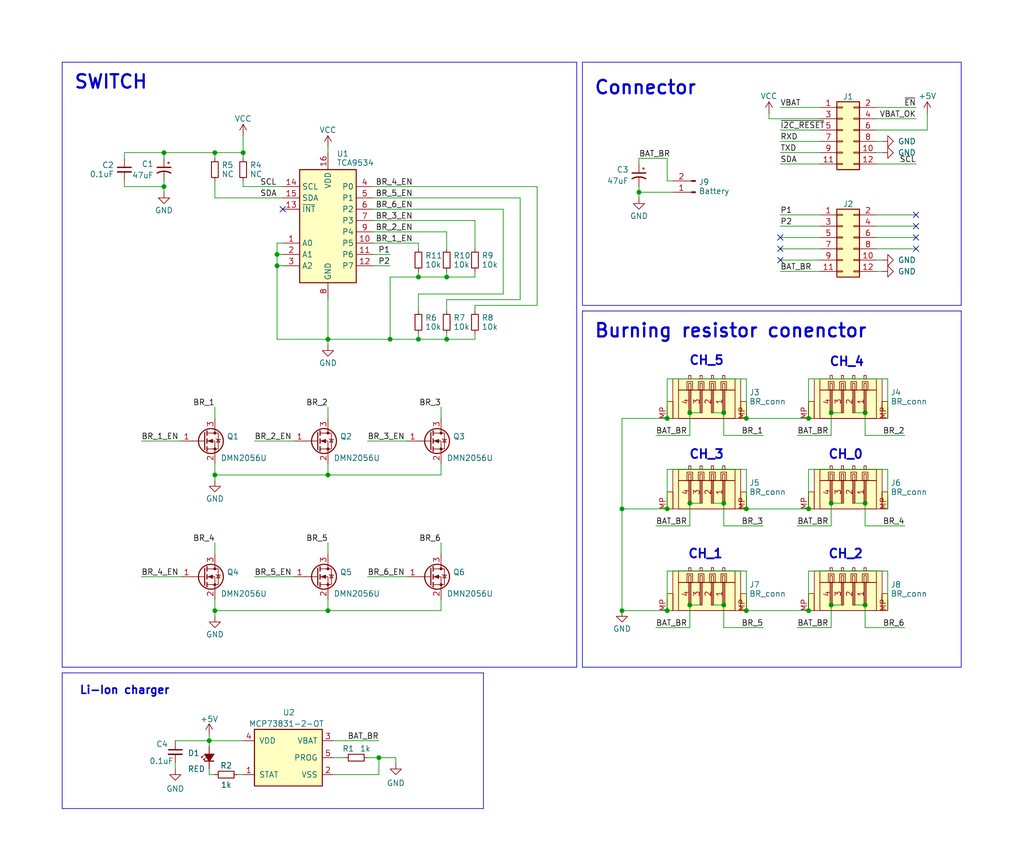
<source format=kicad_sch>
(kicad_sch (version 20230121) (generator eeschema)

  (uuid e63e39d7-6ac0-4ffd-8aa3-1841a4541b55)

  (paper "User" 229.997 194.996)

  (title_block
    (title "HexSense Svalbard - MCU module")
    (date "2023-05-25")
    (rev "V1")
    (company "MIT Media Lab")
    (comment 1 "Fangzheng Liu")
  )

  (lib_symbols
    (symbol "Battery_Management:MCP73831-2-OT" (pin_names (offset 1.016)) (in_bom yes) (on_board yes)
      (property "Reference" "U?" (at -1.27 8.89 0)
        (effects (font (size 1.27 1.27)) (justify left))
      )
      (property "Value" "MCP73831-2-OT" (at -8.89 6.35 0)
        (effects (font (size 1.27 1.27)) (justify left))
      )
      (property "Footprint" "Package_TO_SOT_SMD:SOT-23-5" (at -15.24 24.13 0)
        (effects (font (size 1.27 1.27) italic) (justify left) hide)
      )
      (property "Datasheet" "http://ww1.microchip.com/downloads/en/DeviceDoc/20001984g.pdf" (at -2.54 26.67 0)
        (effects (font (size 1.27 1.27)) hide)
      )
      (property "ki_keywords" "battery charger lithium" (at 0 0 0)
        (effects (font (size 1.27 1.27)) hide)
      )
      (property "ki_description" "Single cell, Li-Ion/Li-Po charge management controller, 4.20V, Tri-State Status Output, in SOT23-5 package" (at 0 0 0)
        (effects (font (size 1.27 1.27)) hide)
      )
      (property "ki_fp_filters" "SOT?23*" (at 0 0 0)
        (effects (font (size 1.27 1.27)) hide)
      )
      (symbol "MCP73831-2-OT_0_1"
        (rectangle (start -7.62 5.08) (end 7.62 -7.62)
          (stroke (width 0.254) (type default))
          (fill (type background))
        )
      )
      (symbol "MCP73831-2-OT_1_1"
        (pin output line (at -10.16 -5.08 0) (length 2.54)
          (name "STAT" (effects (font (size 1.27 1.27))))
          (number "1" (effects (font (size 1.27 1.27))))
        )
        (pin power_in line (at 10.16 -5.08 180) (length 2.54)
          (name "VSS" (effects (font (size 1.27 1.27))))
          (number "2" (effects (font (size 1.27 1.27))))
        )
        (pin power_out line (at 10.16 2.54 180) (length 2.54)
          (name "VBAT" (effects (font (size 1.27 1.27))))
          (number "3" (effects (font (size 1.27 1.27))))
        )
        (pin power_in line (at -10.16 2.54 0) (length 2.54)
          (name "VDD" (effects (font (size 1.27 1.27))))
          (number "4" (effects (font (size 1.27 1.27))))
        )
        (pin input line (at 10.16 -1.27 180) (length 2.54)
          (name "PROG" (effects (font (size 1.27 1.27))))
          (number "5" (effects (font (size 1.27 1.27))))
        )
      )
    )
    (symbol "Connector:Conn_01x02_Pin" (pin_names (offset 1.016) hide) (in_bom yes) (on_board yes)
      (property "Reference" "J" (at 0 2.54 0)
        (effects (font (size 1.27 1.27)))
      )
      (property "Value" "Conn_01x02_Pin" (at 0 -5.08 0)
        (effects (font (size 1.27 1.27)))
      )
      (property "Footprint" "" (at 0 0 0)
        (effects (font (size 1.27 1.27)) hide)
      )
      (property "Datasheet" "~" (at 0 0 0)
        (effects (font (size 1.27 1.27)) hide)
      )
      (property "ki_locked" "" (at 0 0 0)
        (effects (font (size 1.27 1.27)))
      )
      (property "ki_keywords" "connector" (at 0 0 0)
        (effects (font (size 1.27 1.27)) hide)
      )
      (property "ki_description" "Generic connector, single row, 01x02, script generated" (at 0 0 0)
        (effects (font (size 1.27 1.27)) hide)
      )
      (property "ki_fp_filters" "Connector*:*_1x??_*" (at 0 0 0)
        (effects (font (size 1.27 1.27)) hide)
      )
      (symbol "Conn_01x02_Pin_1_1"
        (polyline
          (pts
            (xy 1.27 -2.54)
            (xy 0.8636 -2.54)
          )
          (stroke (width 0.1524) (type default))
          (fill (type none))
        )
        (polyline
          (pts
            (xy 1.27 0)
            (xy 0.8636 0)
          )
          (stroke (width 0.1524) (type default))
          (fill (type none))
        )
        (rectangle (start 0.8636 -2.413) (end 0 -2.667)
          (stroke (width 0.1524) (type default))
          (fill (type outline))
        )
        (rectangle (start 0.8636 0.127) (end 0 -0.127)
          (stroke (width 0.1524) (type default))
          (fill (type outline))
        )
        (pin passive line (at 5.08 0 180) (length 3.81)
          (name "Pin_1" (effects (font (size 1.27 1.27))))
          (number "1" (effects (font (size 1.27 1.27))))
        )
        (pin passive line (at 5.08 -2.54 180) (length 3.81)
          (name "Pin_2" (effects (font (size 1.27 1.27))))
          (number "2" (effects (font (size 1.27 1.27))))
        )
      )
    )
    (symbol "Connector_Generic:Conn_02x06_Odd_Even" (pin_names (offset 1.016) hide) (in_bom yes) (on_board yes)
      (property "Reference" "J" (at 1.27 7.62 0)
        (effects (font (size 1.27 1.27)))
      )
      (property "Value" "Conn_02x06_Odd_Even" (at 1.27 -10.16 0)
        (effects (font (size 1.27 1.27)))
      )
      (property "Footprint" "" (at 0 0 0)
        (effects (font (size 1.27 1.27)) hide)
      )
      (property "Datasheet" "~" (at 0 0 0)
        (effects (font (size 1.27 1.27)) hide)
      )
      (property "ki_keywords" "connector" (at 0 0 0)
        (effects (font (size 1.27 1.27)) hide)
      )
      (property "ki_description" "Generic connector, double row, 02x06, odd/even pin numbering scheme (row 1 odd numbers, row 2 even numbers), script generated (kicad-library-utils/schlib/autogen/connector/)" (at 0 0 0)
        (effects (font (size 1.27 1.27)) hide)
      )
      (property "ki_fp_filters" "Connector*:*_2x??_*" (at 0 0 0)
        (effects (font (size 1.27 1.27)) hide)
      )
      (symbol "Conn_02x06_Odd_Even_1_1"
        (rectangle (start -1.27 -7.493) (end 0 -7.747)
          (stroke (width 0.1524) (type default))
          (fill (type none))
        )
        (rectangle (start -1.27 -4.953) (end 0 -5.207)
          (stroke (width 0.1524) (type default))
          (fill (type none))
        )
        (rectangle (start -1.27 -2.413) (end 0 -2.667)
          (stroke (width 0.1524) (type default))
          (fill (type none))
        )
        (rectangle (start -1.27 0.127) (end 0 -0.127)
          (stroke (width 0.1524) (type default))
          (fill (type none))
        )
        (rectangle (start -1.27 2.667) (end 0 2.413)
          (stroke (width 0.1524) (type default))
          (fill (type none))
        )
        (rectangle (start -1.27 5.207) (end 0 4.953)
          (stroke (width 0.1524) (type default))
          (fill (type none))
        )
        (rectangle (start -1.27 6.35) (end 3.81 -8.89)
          (stroke (width 0.254) (type default))
          (fill (type background))
        )
        (rectangle (start 3.81 -7.493) (end 2.54 -7.747)
          (stroke (width 0.1524) (type default))
          (fill (type none))
        )
        (rectangle (start 3.81 -4.953) (end 2.54 -5.207)
          (stroke (width 0.1524) (type default))
          (fill (type none))
        )
        (rectangle (start 3.81 -2.413) (end 2.54 -2.667)
          (stroke (width 0.1524) (type default))
          (fill (type none))
        )
        (rectangle (start 3.81 0.127) (end 2.54 -0.127)
          (stroke (width 0.1524) (type default))
          (fill (type none))
        )
        (rectangle (start 3.81 2.667) (end 2.54 2.413)
          (stroke (width 0.1524) (type default))
          (fill (type none))
        )
        (rectangle (start 3.81 5.207) (end 2.54 4.953)
          (stroke (width 0.1524) (type default))
          (fill (type none))
        )
        (pin passive line (at -5.08 5.08 0) (length 3.81)
          (name "Pin_1" (effects (font (size 1.27 1.27))))
          (number "1" (effects (font (size 1.27 1.27))))
        )
        (pin passive line (at 7.62 -5.08 180) (length 3.81)
          (name "Pin_10" (effects (font (size 1.27 1.27))))
          (number "10" (effects (font (size 1.27 1.27))))
        )
        (pin passive line (at -5.08 -7.62 0) (length 3.81)
          (name "Pin_11" (effects (font (size 1.27 1.27))))
          (number "11" (effects (font (size 1.27 1.27))))
        )
        (pin passive line (at 7.62 -7.62 180) (length 3.81)
          (name "Pin_12" (effects (font (size 1.27 1.27))))
          (number "12" (effects (font (size 1.27 1.27))))
        )
        (pin passive line (at 7.62 5.08 180) (length 3.81)
          (name "Pin_2" (effects (font (size 1.27 1.27))))
          (number "2" (effects (font (size 1.27 1.27))))
        )
        (pin passive line (at -5.08 2.54 0) (length 3.81)
          (name "Pin_3" (effects (font (size 1.27 1.27))))
          (number "3" (effects (font (size 1.27 1.27))))
        )
        (pin passive line (at 7.62 2.54 180) (length 3.81)
          (name "Pin_4" (effects (font (size 1.27 1.27))))
          (number "4" (effects (font (size 1.27 1.27))))
        )
        (pin passive line (at -5.08 0 0) (length 3.81)
          (name "Pin_5" (effects (font (size 1.27 1.27))))
          (number "5" (effects (font (size 1.27 1.27))))
        )
        (pin passive line (at 7.62 0 180) (length 3.81)
          (name "Pin_6" (effects (font (size 1.27 1.27))))
          (number "6" (effects (font (size 1.27 1.27))))
        )
        (pin passive line (at -5.08 -2.54 0) (length 3.81)
          (name "Pin_7" (effects (font (size 1.27 1.27))))
          (number "7" (effects (font (size 1.27 1.27))))
        )
        (pin passive line (at 7.62 -2.54 180) (length 3.81)
          (name "Pin_8" (effects (font (size 1.27 1.27))))
          (number "8" (effects (font (size 1.27 1.27))))
        )
        (pin passive line (at -5.08 -5.08 0) (length 3.81)
          (name "Pin_9" (effects (font (size 1.27 1.27))))
          (number "9" (effects (font (size 1.27 1.27))))
        )
      )
    )
    (symbol "Device:C_Polarized_Small_US" (pin_numbers hide) (pin_names (offset 0.254) hide) (in_bom yes) (on_board yes)
      (property "Reference" "C" (at 0.254 1.778 0)
        (effects (font (size 1.27 1.27)) (justify left))
      )
      (property "Value" "C_Polarized_Small_US" (at 0.254 -2.032 0)
        (effects (font (size 1.27 1.27)) (justify left))
      )
      (property "Footprint" "" (at 0 0 0)
        (effects (font (size 1.27 1.27)) hide)
      )
      (property "Datasheet" "~" (at 0 0 0)
        (effects (font (size 1.27 1.27)) hide)
      )
      (property "ki_keywords" "cap capacitor" (at 0 0 0)
        (effects (font (size 1.27 1.27)) hide)
      )
      (property "ki_description" "Polarized capacitor, small US symbol" (at 0 0 0)
        (effects (font (size 1.27 1.27)) hide)
      )
      (property "ki_fp_filters" "CP_*" (at 0 0 0)
        (effects (font (size 1.27 1.27)) hide)
      )
      (symbol "C_Polarized_Small_US_0_1"
        (polyline
          (pts
            (xy -1.524 0.508)
            (xy 1.524 0.508)
          )
          (stroke (width 0.3048) (type default))
          (fill (type none))
        )
        (polyline
          (pts
            (xy -1.27 1.524)
            (xy -0.762 1.524)
          )
          (stroke (width 0) (type default))
          (fill (type none))
        )
        (polyline
          (pts
            (xy -1.016 1.27)
            (xy -1.016 1.778)
          )
          (stroke (width 0) (type default))
          (fill (type none))
        )
        (arc (start 1.524 -0.762) (mid 0 -0.3734) (end -1.524 -0.762)
          (stroke (width 0.3048) (type default))
          (fill (type none))
        )
      )
      (symbol "C_Polarized_Small_US_1_1"
        (pin passive line (at 0 2.54 270) (length 2.032)
          (name "~" (effects (font (size 1.27 1.27))))
          (number "1" (effects (font (size 1.27 1.27))))
        )
        (pin passive line (at 0 -2.54 90) (length 2.032)
          (name "~" (effects (font (size 1.27 1.27))))
          (number "2" (effects (font (size 1.27 1.27))))
        )
      )
    )
    (symbol "Device:C_Small" (pin_numbers hide) (pin_names (offset 0.254) hide) (in_bom yes) (on_board yes)
      (property "Reference" "C" (at 0.254 1.778 0)
        (effects (font (size 1.27 1.27)) (justify left))
      )
      (property "Value" "C_Small" (at 0.254 -2.032 0)
        (effects (font (size 1.27 1.27)) (justify left))
      )
      (property "Footprint" "" (at 0 0 0)
        (effects (font (size 1.27 1.27)) hide)
      )
      (property "Datasheet" "~" (at 0 0 0)
        (effects (font (size 1.27 1.27)) hide)
      )
      (property "ki_keywords" "capacitor cap" (at 0 0 0)
        (effects (font (size 1.27 1.27)) hide)
      )
      (property "ki_description" "Unpolarized capacitor, small symbol" (at 0 0 0)
        (effects (font (size 1.27 1.27)) hide)
      )
      (property "ki_fp_filters" "C_*" (at 0 0 0)
        (effects (font (size 1.27 1.27)) hide)
      )
      (symbol "C_Small_0_1"
        (polyline
          (pts
            (xy -1.524 -0.508)
            (xy 1.524 -0.508)
          )
          (stroke (width 0.3302) (type default))
          (fill (type none))
        )
        (polyline
          (pts
            (xy -1.524 0.508)
            (xy 1.524 0.508)
          )
          (stroke (width 0.3048) (type default))
          (fill (type none))
        )
      )
      (symbol "C_Small_1_1"
        (pin passive line (at 0 2.54 270) (length 2.032)
          (name "~" (effects (font (size 1.27 1.27))))
          (number "1" (effects (font (size 1.27 1.27))))
        )
        (pin passive line (at 0 -2.54 90) (length 2.032)
          (name "~" (effects (font (size 1.27 1.27))))
          (number "2" (effects (font (size 1.27 1.27))))
        )
      )
    )
    (symbol "Device:LED_Small_Filled" (pin_numbers hide) (pin_names (offset 0.254) hide) (in_bom yes) (on_board yes)
      (property "Reference" "D" (at -1.27 3.175 0)
        (effects (font (size 1.27 1.27)) (justify left))
      )
      (property "Value" "LED_Small_Filled" (at -4.445 -2.54 0)
        (effects (font (size 1.27 1.27)) (justify left))
      )
      (property "Footprint" "" (at 0 0 90)
        (effects (font (size 1.27 1.27)) hide)
      )
      (property "Datasheet" "~" (at 0 0 90)
        (effects (font (size 1.27 1.27)) hide)
      )
      (property "ki_keywords" "LED diode light-emitting-diode" (at 0 0 0)
        (effects (font (size 1.27 1.27)) hide)
      )
      (property "ki_description" "Light emitting diode, small symbol, filled shape" (at 0 0 0)
        (effects (font (size 1.27 1.27)) hide)
      )
      (property "ki_fp_filters" "LED* LED_SMD:* LED_THT:*" (at 0 0 0)
        (effects (font (size 1.27 1.27)) hide)
      )
      (symbol "LED_Small_Filled_0_1"
        (polyline
          (pts
            (xy -0.762 -1.016)
            (xy -0.762 1.016)
          )
          (stroke (width 0.254) (type default))
          (fill (type none))
        )
        (polyline
          (pts
            (xy 1.016 0)
            (xy -0.762 0)
          )
          (stroke (width 0) (type default))
          (fill (type none))
        )
        (polyline
          (pts
            (xy 0.762 -1.016)
            (xy -0.762 0)
            (xy 0.762 1.016)
            (xy 0.762 -1.016)
          )
          (stroke (width 0.254) (type default))
          (fill (type outline))
        )
        (polyline
          (pts
            (xy 0 0.762)
            (xy -0.508 1.27)
            (xy -0.254 1.27)
            (xy -0.508 1.27)
            (xy -0.508 1.016)
          )
          (stroke (width 0) (type default))
          (fill (type none))
        )
        (polyline
          (pts
            (xy 0.508 1.27)
            (xy 0 1.778)
            (xy 0.254 1.778)
            (xy 0 1.778)
            (xy 0 1.524)
          )
          (stroke (width 0) (type default))
          (fill (type none))
        )
      )
      (symbol "LED_Small_Filled_1_1"
        (pin passive line (at -2.54 0 0) (length 1.778)
          (name "K" (effects (font (size 1.27 1.27))))
          (number "1" (effects (font (size 1.27 1.27))))
        )
        (pin passive line (at 2.54 0 180) (length 1.778)
          (name "A" (effects (font (size 1.27 1.27))))
          (number "2" (effects (font (size 1.27 1.27))))
        )
      )
    )
    (symbol "Device:R_Small" (pin_numbers hide) (pin_names (offset 0.254) hide) (in_bom yes) (on_board yes)
      (property "Reference" "R" (at 0.762 0.508 0)
        (effects (font (size 1.27 1.27)) (justify left))
      )
      (property "Value" "R_Small" (at 0.762 -1.016 0)
        (effects (font (size 1.27 1.27)) (justify left))
      )
      (property "Footprint" "" (at 0 0 0)
        (effects (font (size 1.27 1.27)) hide)
      )
      (property "Datasheet" "~" (at 0 0 0)
        (effects (font (size 1.27 1.27)) hide)
      )
      (property "ki_keywords" "R resistor" (at 0 0 0)
        (effects (font (size 1.27 1.27)) hide)
      )
      (property "ki_description" "Resistor, small symbol" (at 0 0 0)
        (effects (font (size 1.27 1.27)) hide)
      )
      (property "ki_fp_filters" "R_*" (at 0 0 0)
        (effects (font (size 1.27 1.27)) hide)
      )
      (symbol "R_Small_0_1"
        (rectangle (start -0.762 1.778) (end 0.762 -1.778)
          (stroke (width 0.2032) (type default))
          (fill (type none))
        )
      )
      (symbol "R_Small_1_1"
        (pin passive line (at 0 2.54 270) (length 0.762)
          (name "~" (effects (font (size 1.27 1.27))))
          (number "1" (effects (font (size 1.27 1.27))))
        )
        (pin passive line (at 0 -2.54 90) (length 0.762)
          (name "~" (effects (font (size 1.27 1.27))))
          (number "2" (effects (font (size 1.27 1.27))))
        )
      )
    )
    (symbol "Interface_Expansion:TCA9534" (in_bom yes) (on_board yes)
      (property "Reference" "U" (at -6.35 12.7 0)
        (effects (font (size 1.27 1.27)) (justify left))
      )
      (property "Value" "TCA9534" (at 2.54 12.7 0)
        (effects (font (size 1.27 1.27)) (justify left))
      )
      (property "Footprint" "" (at 24.13 -13.97 0)
        (effects (font (size 1.27 1.27)) hide)
      )
      (property "Datasheet" "http://www.ti.com/lit/ds/symlink/tca9534.pdf" (at 2.54 -2.54 0)
        (effects (font (size 1.27 1.27)) hide)
      )
      (property "ki_keywords" "SMBUS I2C Expander" (at 0 0 0)
        (effects (font (size 1.27 1.27)) hide)
      )
      (property "ki_description" "8 Bit Port/Expander, I2C SMBUS, Interrupt output, TSSOP-16, SOIC-16" (at 0 0 0)
        (effects (font (size 1.27 1.27)) hide)
      )
      (property "ki_fp_filters" "TSSOP*4.4x5mm*P0.65mm* SOIC*7.5x10.3mm*P1.27mm*" (at 0 0 0)
        (effects (font (size 1.27 1.27)) hide)
      )
      (symbol "TCA9534_0_1"
        (rectangle (start -6.35 -13.97) (end 6.35 11.43)
          (stroke (width 0.254) (type default))
          (fill (type background))
        )
      )
      (symbol "TCA9534_1_1"
        (pin input line (at -10.16 -5.08 0) (length 3.81)
          (name "A0" (effects (font (size 1.27 1.27))))
          (number "1" (effects (font (size 1.27 1.27))))
        )
        (pin bidirectional line (at 10.16 -5.08 180) (length 3.81)
          (name "P5" (effects (font (size 1.27 1.27))))
          (number "10" (effects (font (size 1.27 1.27))))
        )
        (pin bidirectional line (at 10.16 -7.62 180) (length 3.81)
          (name "P6" (effects (font (size 1.27 1.27))))
          (number "11" (effects (font (size 1.27 1.27))))
        )
        (pin bidirectional line (at 10.16 -10.16 180) (length 3.81)
          (name "P7" (effects (font (size 1.27 1.27))))
          (number "12" (effects (font (size 1.27 1.27))))
        )
        (pin open_collector line (at -10.16 2.54 0) (length 3.81)
          (name "~{INT}" (effects (font (size 1.27 1.27))))
          (number "13" (effects (font (size 1.27 1.27))))
        )
        (pin input line (at -10.16 7.62 0) (length 3.81)
          (name "SCL" (effects (font (size 1.27 1.27))))
          (number "14" (effects (font (size 1.27 1.27))))
        )
        (pin bidirectional line (at -10.16 5.08 0) (length 3.81)
          (name "SDA" (effects (font (size 1.27 1.27))))
          (number "15" (effects (font (size 1.27 1.27))))
        )
        (pin power_in line (at 0 15.24 270) (length 3.81)
          (name "VDD" (effects (font (size 1.27 1.27))))
          (number "16" (effects (font (size 1.27 1.27))))
        )
        (pin input line (at -10.16 -7.62 0) (length 3.81)
          (name "A1" (effects (font (size 1.27 1.27))))
          (number "2" (effects (font (size 1.27 1.27))))
        )
        (pin input line (at -10.16 -10.16 0) (length 3.81)
          (name "A2" (effects (font (size 1.27 1.27))))
          (number "3" (effects (font (size 1.27 1.27))))
        )
        (pin bidirectional line (at 10.16 7.62 180) (length 3.81)
          (name "P0" (effects (font (size 1.27 1.27))))
          (number "4" (effects (font (size 1.27 1.27))))
        )
        (pin bidirectional line (at 10.16 5.08 180) (length 3.81)
          (name "P1" (effects (font (size 1.27 1.27))))
          (number "5" (effects (font (size 1.27 1.27))))
        )
        (pin bidirectional line (at 10.16 2.54 180) (length 3.81)
          (name "P2" (effects (font (size 1.27 1.27))))
          (number "6" (effects (font (size 1.27 1.27))))
        )
        (pin bidirectional line (at 10.16 0 180) (length 3.81)
          (name "P3" (effects (font (size 1.27 1.27))))
          (number "7" (effects (font (size 1.27 1.27))))
        )
        (pin power_in line (at 0 -17.78 90) (length 3.81)
          (name "GND" (effects (font (size 1.27 1.27))))
          (number "8" (effects (font (size 1.27 1.27))))
        )
        (pin bidirectional line (at 10.16 -2.54 180) (length 3.81)
          (name "P4" (effects (font (size 1.27 1.27))))
          (number "9" (effects (font (size 1.27 1.27))))
        )
      )
    )
    (symbol "Mylib:JST_SH_4_pin_male" (pin_names (offset 1.016)) (in_bom yes) (on_board yes)
      (property "Reference" "J" (at 0 2.54 0)
        (effects (font (size 1.27 1.27)))
      )
      (property "Value" "JST_SH_4_pin_male" (at 0 1.27 0)
        (effects (font (size 1.27 1.27)))
      )
      (property "Footprint" "" (at 0 0 0)
        (effects (font (size 1.27 1.27)) hide)
      )
      (property "Datasheet" "" (at 0 0 0)
        (effects (font (size 1.27 1.27)) hide)
      )
      (symbol "JST_SH_4_pin_male_0_1"
        (rectangle (start -2.54 -13.716) (end -3.302 -14.224)
          (stroke (width 0) (type default))
          (fill (type none))
        )
        (rectangle (start -2.54 -11.176) (end -3.302 -11.684)
          (stroke (width 0) (type default))
          (fill (type none))
        )
        (rectangle (start -2.54 -8.636) (end -3.302 -9.144)
          (stroke (width 0) (type default))
          (fill (type none))
        )
        (rectangle (start -2.54 -6.096) (end -3.302 -6.604)
          (stroke (width 0) (type default))
          (fill (type none))
        )
        (rectangle (start 0 -13.716) (end -1.524 -14.224)
          (stroke (width 0) (type default))
          (fill (type none))
        )
        (rectangle (start 0 -13.716) (end 5.08 -14.224)
          (stroke (width 0) (type default))
          (fill (type none))
        )
        (rectangle (start 0 -13.335) (end -1.905 -14.605)
          (stroke (width 0) (type default))
          (fill (type none))
        )
        (rectangle (start 0 -11.176) (end -1.524 -11.684)
          (stroke (width 0) (type default))
          (fill (type none))
        )
        (rectangle (start 0 -11.176) (end 5.08 -11.684)
          (stroke (width 0) (type default))
          (fill (type none))
        )
        (rectangle (start 0 -10.795) (end -1.905 -12.065)
          (stroke (width 0) (type default))
          (fill (type none))
        )
        (rectangle (start 0 -8.636) (end -1.524 -9.144)
          (stroke (width 0) (type default))
          (fill (type none))
        )
        (rectangle (start 0 -8.636) (end 5.08 -9.144)
          (stroke (width 0) (type default))
          (fill (type none))
        )
        (rectangle (start 0 -8.255) (end -1.905 -9.525)
          (stroke (width 0) (type default))
          (fill (type none))
        )
        (rectangle (start 0 -6.096) (end -1.524 -6.604)
          (stroke (width 0) (type default))
          (fill (type none))
        )
        (rectangle (start 0 -6.096) (end 5.08 -6.604)
          (stroke (width 0) (type default))
          (fill (type none))
        )
        (rectangle (start 0 -5.715) (end -1.905 -6.985)
          (stroke (width 0) (type default))
          (fill (type none))
        )
        (rectangle (start 0 -3.81) (end -2.54 -16.51)
          (stroke (width 0) (type default))
          (fill (type none))
        )
        (rectangle (start 2.54 -17.78) (end 6.35 -19.05)
          (stroke (width 0) (type default))
          (fill (type background))
        )
        (rectangle (start 2.54 -1.27) (end 6.35 -2.54)
          (stroke (width 0) (type default))
          (fill (type background))
        )
        (rectangle (start 6.35 -3.81) (end 0 -16.51)
          (stroke (width 0) (type default))
          (fill (type none))
        )
        (rectangle (start 6.35 -2.54) (end -2.54 -17.78)
          (stroke (width 0) (type default))
          (fill (type background))
        )
      )
      (symbol "JST_SH_4_pin_male_1_1"
        (pin input line (at 5.08 -6.35 180) (length 5.08)
          (name "~" (effects (font (size 1.27 1.27))))
          (number "1" (effects (font (size 1.27 1.27))))
        )
        (pin input line (at 5.08 -8.89 180) (length 5.08)
          (name "~" (effects (font (size 1.27 1.27))))
          (number "2" (effects (font (size 1.27 1.27))))
        )
        (pin input line (at 5.08 -11.43 180) (length 5.08)
          (name "~" (effects (font (size 1.27 1.27))))
          (number "3" (effects (font (size 1.27 1.27))))
        )
        (pin input line (at 5.08 -13.97 180) (length 5.08)
          (name "~" (effects (font (size 1.27 1.27))))
          (number "4" (effects (font (size 1.27 1.27))))
        )
        (pin input line (at 6.35 -19.05 180) (length 2.54)
          (name "" (effects (font (size 1.27 1.27))))
          (number "MP" (effects (font (size 1.27 1.27))))
        )
        (pin input line (at 6.35 -1.27 180) (length 2.54)
          (name "" (effects (font (size 1.27 1.27))))
          (number "MP" (effects (font (size 1.27 1.27))))
        )
      )
    )
    (symbol "Transistor_FET:DMN2056U" (pin_names hide) (in_bom yes) (on_board yes)
      (property "Reference" "Q" (at 5.08 1.905 0)
        (effects (font (size 1.27 1.27)) (justify left))
      )
      (property "Value" "DMN2056U" (at 5.08 0 0)
        (effects (font (size 1.27 1.27)) (justify left))
      )
      (property "Footprint" "Package_TO_SOT_SMD:SOT-23" (at 5.08 -1.905 0)
        (effects (font (size 1.27 1.27) italic) (justify left) hide)
      )
      (property "Datasheet" "http://www.diodes.com/assets/Datasheets/DMN2056U.pdf" (at 0 0 0)
        (effects (font (size 1.27 1.27)) (justify left) hide)
      )
      (property "ki_keywords" "N-Channel MOSFET" (at 0 0 0)
        (effects (font (size 1.27 1.27)) hide)
      )
      (property "ki_description" "4A Id, 20V Vds, N-Channel MOSFET, SOT-23" (at 0 0 0)
        (effects (font (size 1.27 1.27)) hide)
      )
      (property "ki_fp_filters" "SOT?23*" (at 0 0 0)
        (effects (font (size 1.27 1.27)) hide)
      )
      (symbol "DMN2056U_0_1"
        (polyline
          (pts
            (xy 0.254 0)
            (xy -2.54 0)
          )
          (stroke (width 0) (type default))
          (fill (type none))
        )
        (polyline
          (pts
            (xy 0.254 1.905)
            (xy 0.254 -1.905)
          )
          (stroke (width 0.254) (type default))
          (fill (type none))
        )
        (polyline
          (pts
            (xy 0.762 -1.27)
            (xy 0.762 -2.286)
          )
          (stroke (width 0.254) (type default))
          (fill (type none))
        )
        (polyline
          (pts
            (xy 0.762 0.508)
            (xy 0.762 -0.508)
          )
          (stroke (width 0.254) (type default))
          (fill (type none))
        )
        (polyline
          (pts
            (xy 0.762 2.286)
            (xy 0.762 1.27)
          )
          (stroke (width 0.254) (type default))
          (fill (type none))
        )
        (polyline
          (pts
            (xy 2.54 2.54)
            (xy 2.54 1.778)
          )
          (stroke (width 0) (type default))
          (fill (type none))
        )
        (polyline
          (pts
            (xy 2.54 -2.54)
            (xy 2.54 0)
            (xy 0.762 0)
          )
          (stroke (width 0) (type default))
          (fill (type none))
        )
        (polyline
          (pts
            (xy 0.762 -1.778)
            (xy 3.302 -1.778)
            (xy 3.302 1.778)
            (xy 0.762 1.778)
          )
          (stroke (width 0) (type default))
          (fill (type none))
        )
        (polyline
          (pts
            (xy 1.016 0)
            (xy 2.032 0.381)
            (xy 2.032 -0.381)
            (xy 1.016 0)
          )
          (stroke (width 0) (type default))
          (fill (type outline))
        )
        (polyline
          (pts
            (xy 2.794 0.508)
            (xy 2.921 0.381)
            (xy 3.683 0.381)
            (xy 3.81 0.254)
          )
          (stroke (width 0) (type default))
          (fill (type none))
        )
        (polyline
          (pts
            (xy 3.302 0.381)
            (xy 2.921 -0.254)
            (xy 3.683 -0.254)
            (xy 3.302 0.381)
          )
          (stroke (width 0) (type default))
          (fill (type none))
        )
        (circle (center 1.651 0) (radius 2.794)
          (stroke (width 0.254) (type default))
          (fill (type none))
        )
        (circle (center 2.54 -1.778) (radius 0.254)
          (stroke (width 0) (type default))
          (fill (type outline))
        )
        (circle (center 2.54 1.778) (radius 0.254)
          (stroke (width 0) (type default))
          (fill (type outline))
        )
      )
      (symbol "DMN2056U_1_1"
        (pin input line (at -5.08 0 0) (length 2.54)
          (name "G" (effects (font (size 1.27 1.27))))
          (number "1" (effects (font (size 1.27 1.27))))
        )
        (pin passive line (at 2.54 -5.08 90) (length 2.54)
          (name "S" (effects (font (size 1.27 1.27))))
          (number "2" (effects (font (size 1.27 1.27))))
        )
        (pin passive line (at 2.54 5.08 270) (length 2.54)
          (name "D" (effects (font (size 1.27 1.27))))
          (number "3" (effects (font (size 1.27 1.27))))
        )
      )
    )
    (symbol "power:+5V" (power) (pin_names (offset 0)) (in_bom yes) (on_board yes)
      (property "Reference" "#PWR" (at 0 -3.81 0)
        (effects (font (size 1.27 1.27)) hide)
      )
      (property "Value" "+5V" (at 0 3.556 0)
        (effects (font (size 1.27 1.27)))
      )
      (property "Footprint" "" (at 0 0 0)
        (effects (font (size 1.27 1.27)) hide)
      )
      (property "Datasheet" "" (at 0 0 0)
        (effects (font (size 1.27 1.27)) hide)
      )
      (property "ki_keywords" "global power" (at 0 0 0)
        (effects (font (size 1.27 1.27)) hide)
      )
      (property "ki_description" "Power symbol creates a global label with name \"+5V\"" (at 0 0 0)
        (effects (font (size 1.27 1.27)) hide)
      )
      (symbol "+5V_0_1"
        (polyline
          (pts
            (xy -0.762 1.27)
            (xy 0 2.54)
          )
          (stroke (width 0) (type default))
          (fill (type none))
        )
        (polyline
          (pts
            (xy 0 0)
            (xy 0 2.54)
          )
          (stroke (width 0) (type default))
          (fill (type none))
        )
        (polyline
          (pts
            (xy 0 2.54)
            (xy 0.762 1.27)
          )
          (stroke (width 0) (type default))
          (fill (type none))
        )
      )
      (symbol "+5V_1_1"
        (pin power_in line (at 0 0 90) (length 0) hide
          (name "+5V" (effects (font (size 1.27 1.27))))
          (number "1" (effects (font (size 1.27 1.27))))
        )
      )
    )
    (symbol "power:GND" (power) (pin_names (offset 0)) (in_bom yes) (on_board yes)
      (property "Reference" "#PWR" (at 0 -6.35 0)
        (effects (font (size 1.27 1.27)) hide)
      )
      (property "Value" "GND" (at 0 -3.81 0)
        (effects (font (size 1.27 1.27)))
      )
      (property "Footprint" "" (at 0 0 0)
        (effects (font (size 1.27 1.27)) hide)
      )
      (property "Datasheet" "" (at 0 0 0)
        (effects (font (size 1.27 1.27)) hide)
      )
      (property "ki_keywords" "global power" (at 0 0 0)
        (effects (font (size 1.27 1.27)) hide)
      )
      (property "ki_description" "Power symbol creates a global label with name \"GND\" , ground" (at 0 0 0)
        (effects (font (size 1.27 1.27)) hide)
      )
      (symbol "GND_0_1"
        (polyline
          (pts
            (xy 0 0)
            (xy 0 -1.27)
            (xy 1.27 -1.27)
            (xy 0 -2.54)
            (xy -1.27 -1.27)
            (xy 0 -1.27)
          )
          (stroke (width 0) (type default))
          (fill (type none))
        )
      )
      (symbol "GND_1_1"
        (pin power_in line (at 0 0 270) (length 0) hide
          (name "GND" (effects (font (size 1.27 1.27))))
          (number "1" (effects (font (size 1.27 1.27))))
        )
      )
    )
    (symbol "power:VCC" (power) (pin_names (offset 0)) (in_bom yes) (on_board yes)
      (property "Reference" "#PWR" (at 0 -3.81 0)
        (effects (font (size 1.27 1.27)) hide)
      )
      (property "Value" "VCC" (at 0 3.81 0)
        (effects (font (size 1.27 1.27)))
      )
      (property "Footprint" "" (at 0 0 0)
        (effects (font (size 1.27 1.27)) hide)
      )
      (property "Datasheet" "" (at 0 0 0)
        (effects (font (size 1.27 1.27)) hide)
      )
      (property "ki_keywords" "global power" (at 0 0 0)
        (effects (font (size 1.27 1.27)) hide)
      )
      (property "ki_description" "Power symbol creates a global label with name \"VCC\"" (at 0 0 0)
        (effects (font (size 1.27 1.27)) hide)
      )
      (symbol "VCC_0_1"
        (polyline
          (pts
            (xy -0.762 1.27)
            (xy 0 2.54)
          )
          (stroke (width 0) (type default))
          (fill (type none))
        )
        (polyline
          (pts
            (xy 0 0)
            (xy 0 2.54)
          )
          (stroke (width 0) (type default))
          (fill (type none))
        )
        (polyline
          (pts
            (xy 0 2.54)
            (xy 0.762 1.27)
          )
          (stroke (width 0) (type default))
          (fill (type none))
        )
      )
      (symbol "VCC_1_1"
        (pin power_in line (at 0 0 90) (length 0) hide
          (name "VCC" (effects (font (size 1.27 1.27))))
          (number "1" (effects (font (size 1.27 1.27))))
        )
      )
    )
  )

  (junction (at 48.26 106.68) (diameter 0) (color 0 0 0 0)
    (uuid 008d05a4-c9ce-4aed-adc4-5e652681a71c)
  )
  (junction (at 154.94 113.03) (diameter 0) (color 0 0 0 0)
    (uuid 03870ddb-9679-4883-8ad2-1f94dbce7124)
  )
  (junction (at 162.56 135.89) (diameter 0) (color 0 0 0 0)
    (uuid 052100fe-1bc0-4be6-a8d6-cc5e8f48f14d)
  )
  (junction (at 194.31 92.71) (diameter 0) (color 0 0 0 0)
    (uuid 0aa4de4b-d861-4f25-a473-fd4e25ea4aca)
  )
  (junction (at 100.33 62.23) (diameter 0) (color 0 0 0 0)
    (uuid 0aad0e05-42eb-4894-8ed9-066ce92d9fe0)
  )
  (junction (at 162.56 113.03) (diameter 0) (color 0 0 0 0)
    (uuid 17d214bb-7ace-4cca-a8f0-24563e5bcb71)
  )
  (junction (at 149.86 114.3) (diameter 0) (color 0 0 0 0)
    (uuid 196ab76a-2d5d-4724-90c1-438be28babf5)
  )
  (junction (at 186.69 92.71) (diameter 0) (color 0 0 0 0)
    (uuid 233b9981-e623-459c-a505-bb6f78e63b8a)
  )
  (junction (at 73.66 137.16) (diameter 0) (color 0 0 0 0)
    (uuid 2c0dfd7f-b59f-4bbc-845c-1ac52fff9897)
  )
  (junction (at 93.98 62.23) (diameter 0) (color 0 0 0 0)
    (uuid 307d4fad-0c12-48de-84ee-d820560fd599)
  )
  (junction (at 194.31 135.89) (diameter 0) (color 0 0 0 0)
    (uuid 30dba7a9-3fee-4075-a261-bb02c04afece)
  )
  (junction (at 162.56 92.71) (diameter 0) (color 0 0 0 0)
    (uuid 33738818-49c7-40e1-8436-4dfe6c44f655)
  )
  (junction (at 149.86 93.98) (diameter 0) (color 0 0 0 0)
    (uuid 345397d0-2191-4f1f-9655-9b87a2d676bc)
  )
  (junction (at 87.63 76.2) (diameter 0) (color 0 0 0 0)
    (uuid 3572aea6-3408-44f5-ad4c-2711a4791f60)
  )
  (junction (at 62.23 57.15) (diameter 0) (color 0 0 0 0)
    (uuid 35d02c25-ac71-4eb9-8985-f366daf894dc)
  )
  (junction (at 36.83 41.91) (diameter 0) (color 0 0 0 0)
    (uuid 3b2dd675-689c-4f8e-ab99-39987da8d5c4)
  )
  (junction (at 100.33 76.2) (diameter 0) (color 0 0 0 0)
    (uuid 3ced24a3-c2b0-43ef-9cec-37792cc18ba1)
  )
  (junction (at 139.7 114.3) (diameter 0) (color 0 0 0 0)
    (uuid 448fefbc-e8b4-42ba-8efd-b8da70b1dbb5)
  )
  (junction (at 143.51 43.18) (diameter 0) (color 0 0 0 0)
    (uuid 47ec7318-6315-4e33-afca-edc3f3052c40)
  )
  (junction (at 93.98 76.2) (diameter 0) (color 0 0 0 0)
    (uuid 4a691f15-1140-482e-9b38-b50c2b126377)
  )
  (junction (at 186.69 135.89) (diameter 0) (color 0 0 0 0)
    (uuid 5afe0030-36f9-40dd-b8a1-ae70d54b8a81)
  )
  (junction (at 154.94 92.71) (diameter 0) (color 0 0 0 0)
    (uuid 5f182517-6020-47e4-b662-203a1d3b31a0)
  )
  (junction (at 167.64 93.98) (diameter 0) (color 0 0 0 0)
    (uuid 6dd40adc-2ccc-41f1-85e4-a49576d4e1ac)
  )
  (junction (at 167.64 137.16) (diameter 0) (color 0 0 0 0)
    (uuid 715ba577-662e-4949-9055-6ad60be4c624)
  )
  (junction (at 149.86 137.16) (diameter 0) (color 0 0 0 0)
    (uuid 74c4e861-3e34-43dd-918e-be3b66216609)
  )
  (junction (at 181.61 93.98) (diameter 0) (color 0 0 0 0)
    (uuid 7a30e395-fed8-4e99-a3f8-e5ebb8ed08ed)
  )
  (junction (at 62.23 59.69) (diameter 0) (color 0 0 0 0)
    (uuid 88208ef7-32a2-432e-b551-020e31402b8e)
  )
  (junction (at 181.61 114.3) (diameter 0) (color 0 0 0 0)
    (uuid 8854bcf8-88ec-4d49-a6ee-706562f647c8)
  )
  (junction (at 36.83 34.29) (diameter 0) (color 0 0 0 0)
    (uuid 8a3b8d74-6b22-4bc8-9ce7-0707a0e178ee)
  )
  (junction (at 48.26 137.16) (diameter 0) (color 0 0 0 0)
    (uuid 8ec081b5-e862-4735-be21-e662f3f6b124)
  )
  (junction (at 73.66 76.2) (diameter 0) (color 0 0 0 0)
    (uuid 9164becb-a55a-4e28-bb19-dd7a694f3a74)
  )
  (junction (at 73.66 106.68) (diameter 0) (color 0 0 0 0)
    (uuid 91792a8a-27cc-4ace-854c-f6b94d11f67b)
  )
  (junction (at 54.61 34.29) (diameter 0) (color 0 0 0 0)
    (uuid b2ae71c6-7016-421a-948b-22ee14df5900)
  )
  (junction (at 154.94 135.89) (diameter 0) (color 0 0 0 0)
    (uuid baaece95-5245-492a-8143-baa311ee6eed)
  )
  (junction (at 167.64 114.3) (diameter 0) (color 0 0 0 0)
    (uuid c878cac9-490e-4df6-8057-035f59b1f778)
  )
  (junction (at 85.09 170.18) (diameter 0) (color 0 0 0 0)
    (uuid cea98e89-1225-495b-a5bb-d0a4e5e1e0fc)
  )
  (junction (at 186.69 113.03) (diameter 0) (color 0 0 0 0)
    (uuid cf09bb3d-5594-4d0b-a305-577167483b3e)
  )
  (junction (at 194.31 113.03) (diameter 0) (color 0 0 0 0)
    (uuid d4f8c0cb-e2b6-4418-9e92-dbe271af68b7)
  )
  (junction (at 48.26 34.29) (diameter 0) (color 0 0 0 0)
    (uuid d7c95508-a9ad-470f-9884-b6c9a261d279)
  )
  (junction (at 181.61 137.16) (diameter 0) (color 0 0 0 0)
    (uuid e9db69f8-9dec-4d7c-a16c-b3c81e7f8e83)
  )
  (junction (at 46.99 166.37) (diameter 0) (color 0 0 0 0)
    (uuid ea749289-9c27-46fc-ab03-276983e10607)
  )
  (junction (at 139.7 137.16) (diameter 0) (color 0 0 0 0)
    (uuid f80c312f-0dff-4cdd-b021-8da1005bbf1c)
  )

  (no_connect (at 63.5 46.99) (uuid 01c8e450-e89e-4602-a7be-bdb2026b1146))
  (no_connect (at 205.74 55.88) (uuid 0d5f8219-09b9-4003-b612-2e6ea0963d8f))
  (no_connect (at 175.26 58.42) (uuid 522ca245-dd2e-4c3e-acba-2c8d30a06731))
  (no_connect (at 205.74 53.34) (uuid 602d540a-12a6-4602-b8ce-f68cb68058a9))
  (no_connect (at 205.74 50.8) (uuid 7d3e270d-2912-4627-a8a6-b2da9c0dcb27))
  (no_connect (at 205.74 48.26) (uuid d9963ee6-914e-47b2-b991-755321c255ec))
  (no_connect (at 175.26 55.88) (uuid f3c3adc8-c4cc-4337-b392-4613a1dfe9f9))
  (no_connect (at 175.26 53.34) (uuid ff33d0ac-12d3-4663-a3f4-2b593d87ce6e))

  (wire (pts (xy 139.7 137.16) (xy 149.86 137.16))
    (stroke (width 0) (type default))
    (uuid 02a2119b-0567-4953-865f-61f77dcc3d90)
  )
  (wire (pts (xy 179.07 118.11) (xy 186.69 118.11))
    (stroke (width 0) (type default))
    (uuid 0376ec12-69b3-47d8-b3ba-835a0d0789a1)
  )
  (wire (pts (xy 186.69 135.89) (xy 189.23 135.89))
    (stroke (width 0) (type default))
    (uuid 0754d295-d4a3-47f2-9ae0-178add0c50e6)
  )
  (wire (pts (xy 31.75 129.54) (xy 40.64 129.54))
    (stroke (width 0) (type default))
    (uuid 084873a9-c526-4628-859d-f1c4a15175a1)
  )
  (wire (pts (xy 73.66 121.92) (xy 73.66 124.46))
    (stroke (width 0) (type default))
    (uuid 091fe26e-2752-41a1-8eee-b5e0a2bea535)
  )
  (polyline (pts (xy 130.81 69.85) (xy 130.81 149.86))
    (stroke (width 0) (type default))
    (uuid 095a5298-c86a-465b-98a6-5913b517f78f)
  )

  (wire (pts (xy 194.31 140.97) (xy 203.2 140.97))
    (stroke (width 0) (type default))
    (uuid 096ec7d1-a6d0-4989-bb0b-61eb80e263aa)
  )
  (wire (pts (xy 36.83 41.91) (xy 27.94 41.91))
    (stroke (width 0) (type default))
    (uuid 0c2a88c4-7a1e-47b9-abdb-594634f6d30a)
  )
  (wire (pts (xy 199.39 114.3) (xy 199.39 105.41))
    (stroke (width 0) (type default))
    (uuid 0cd59ef4-b3b2-40b8-849c-8bf6fcecf49c)
  )
  (wire (pts (xy 154.94 135.89) (xy 157.48 135.89))
    (stroke (width 0) (type default))
    (uuid 0de69c8e-192d-4096-848f-70235c6ff222)
  )
  (wire (pts (xy 139.7 93.98) (xy 139.7 114.3))
    (stroke (width 0) (type default))
    (uuid 0dfcd055-18ad-4c0e-92c7-67dd909a2be7)
  )
  (wire (pts (xy 147.32 97.79) (xy 154.94 97.79))
    (stroke (width 0) (type default))
    (uuid 0f3deeb7-0644-4d0e-97ec-5ac0458ee159)
  )
  (wire (pts (xy 83.82 41.91) (xy 120.65 41.91))
    (stroke (width 0) (type default))
    (uuid 0f8c1c35-a8dd-41a2-a8cc-3090b8f2b132)
  )
  (wire (pts (xy 175.26 58.42) (xy 184.15 58.42))
    (stroke (width 0) (type default))
    (uuid 0fa9183f-5369-426b-9498-5645797922df)
  )
  (wire (pts (xy 100.33 76.2) (xy 106.68 76.2))
    (stroke (width 0) (type default))
    (uuid 125c5eec-381a-4bd9-b356-bb675e358834)
  )
  (wire (pts (xy 87.63 76.2) (xy 93.98 76.2))
    (stroke (width 0) (type default))
    (uuid 16a407c5-605b-42f1-acc7-79fd478e22d0)
  )
  (wire (pts (xy 36.83 40.64) (xy 36.83 41.91))
    (stroke (width 0) (type default))
    (uuid 16dcf32f-7580-4382-a7dc-620372c0d9ab)
  )
  (wire (pts (xy 208.28 29.21) (xy 208.28 25.4))
    (stroke (width 0) (type default))
    (uuid 1701e939-2a6c-4185-9428-4d71b6f2b400)
  )
  (wire (pts (xy 199.39 105.41) (xy 181.61 105.41))
    (stroke (width 0) (type default))
    (uuid 17088dc5-5db9-4400-ac39-d97bd9a756e1)
  )
  (wire (pts (xy 93.98 74.93) (xy 93.98 76.2))
    (stroke (width 0) (type default))
    (uuid 17e27fd0-ba9b-4e9a-ac2f-49ba06c5d138)
  )
  (wire (pts (xy 88.9 171.45) (xy 88.9 170.18))
    (stroke (width 0) (type default))
    (uuid 1acfd299-41b3-49ed-a422-4e39822b2181)
  )
  (polyline (pts (xy 130.81 69.85) (xy 215.9 69.85))
    (stroke (width 0) (type default))
    (uuid 1b78364f-da39-4b39-8017-d4009f3dd54a)
  )

  (wire (pts (xy 149.86 128.27) (xy 167.64 128.27))
    (stroke (width 0) (type default))
    (uuid 1bd36a9d-895b-40ab-8452-034303195be0)
  )
  (wire (pts (xy 143.51 35.56) (xy 143.51 36.83))
    (stroke (width 0) (type default))
    (uuid 1c258214-89dc-450a-b5a2-cc38bb048ea5)
  )
  (wire (pts (xy 73.66 91.44) (xy 73.66 93.98))
    (stroke (width 0) (type default))
    (uuid 1d2ab881-fa05-443f-998d-d3515d25779e)
  )
  (wire (pts (xy 149.86 35.56) (xy 149.86 40.64))
    (stroke (width 0) (type default))
    (uuid 1d3f59b6-c8b0-43b4-9160-83cfc165c195)
  )
  (wire (pts (xy 196.85 58.42) (xy 198.12 58.42))
    (stroke (width 0) (type default))
    (uuid 1d632da4-c543-4d80-b642-0354a56e2d07)
  )
  (wire (pts (xy 82.55 170.18) (xy 85.09 170.18))
    (stroke (width 0) (type default))
    (uuid 1e9fbb11-817c-4371-ba8b-39daa0d19e4a)
  )
  (wire (pts (xy 167.64 105.41) (xy 149.86 105.41))
    (stroke (width 0) (type default))
    (uuid 1f2580e1-fbe3-4d88-bf5f-2c0e402df351)
  )
  (wire (pts (xy 179.07 140.97) (xy 186.69 140.97))
    (stroke (width 0) (type default))
    (uuid 1f302c2d-d1ec-4f93-82f6-4b5a2793645a)
  )
  (wire (pts (xy 196.85 34.29) (xy 198.12 34.29))
    (stroke (width 0) (type default))
    (uuid 22bff00e-e419-4092-a2b8-c1f232a8e641)
  )
  (wire (pts (xy 167.64 128.27) (xy 167.64 137.16))
    (stroke (width 0) (type default))
    (uuid 25f01a7a-57c5-4f4d-97e2-3e05397eedae)
  )
  (wire (pts (xy 143.51 43.18) (xy 151.13 43.18))
    (stroke (width 0) (type default))
    (uuid 2621a7c2-6146-4d37-884a-2bd18598c0ab)
  )
  (wire (pts (xy 62.23 59.69) (xy 62.23 76.2))
    (stroke (width 0) (type default))
    (uuid 27f5f6ef-08a8-4d35-aaf2-b9e0460c3c11)
  )
  (wire (pts (xy 120.65 68.58) (xy 106.68 68.58))
    (stroke (width 0) (type default))
    (uuid 2983a1ac-3487-429a-815b-e7f92a3a5d47)
  )
  (wire (pts (xy 194.31 92.71) (xy 194.31 97.79))
    (stroke (width 0) (type default))
    (uuid 29c97739-66d2-44fd-b230-e0da12d3db6c)
  )
  (wire (pts (xy 162.56 118.11) (xy 171.45 118.11))
    (stroke (width 0) (type default))
    (uuid 2a2e1b7b-c51e-4655-bb7e-26c11afb452a)
  )
  (wire (pts (xy 73.66 33.02) (xy 73.66 34.29))
    (stroke (width 0) (type default))
    (uuid 2a3ec445-d02c-44a6-9163-9adb28fa61bf)
  )
  (wire (pts (xy 48.26 134.62) (xy 48.26 137.16))
    (stroke (width 0) (type default))
    (uuid 2cc037ec-6cb2-47dd-a2c6-b9457a64a7a4)
  )
  (wire (pts (xy 39.37 171.45) (xy 39.37 172.72))
    (stroke (width 0) (type default))
    (uuid 2e4e000d-b493-4724-a449-76315ad6bf01)
  )
  (wire (pts (xy 62.23 57.15) (xy 62.23 59.69))
    (stroke (width 0) (type default))
    (uuid 2f0bfdef-7346-48c6-85b9-aeaf529b9ff7)
  )
  (wire (pts (xy 199.39 128.27) (xy 199.39 137.16))
    (stroke (width 0) (type default))
    (uuid 30df50ac-7198-4cc8-acce-3ddaa8d90ed0)
  )
  (wire (pts (xy 73.66 67.31) (xy 73.66 76.2))
    (stroke (width 0) (type default))
    (uuid 3122a658-82c9-4b40-8daf-77bdfa249776)
  )
  (wire (pts (xy 63.5 59.69) (xy 62.23 59.69))
    (stroke (width 0) (type default))
    (uuid 3154ce30-4b1f-45ee-8eba-5e8d92530316)
  )
  (wire (pts (xy 175.26 24.13) (xy 184.15 24.13))
    (stroke (width 0) (type default))
    (uuid 3367972f-528d-4624-89f4-0b3b2f6850f4)
  )
  (wire (pts (xy 100.33 52.07) (xy 100.33 55.88))
    (stroke (width 0) (type default))
    (uuid 352a4505-569d-4d18-bcb3-f0065be4da7e)
  )
  (polyline (pts (xy 129.54 149.86) (xy 129.54 13.97))
    (stroke (width 0) (type default))
    (uuid 35eab331-86c6-4cb6-9184-78f5a185c17a)
  )

  (wire (pts (xy 48.26 137.16) (xy 73.66 137.16))
    (stroke (width 0) (type default))
    (uuid 35f0f209-25d6-4dd1-a399-30baece47264)
  )
  (wire (pts (xy 149.86 137.16) (xy 149.86 128.27))
    (stroke (width 0) (type default))
    (uuid 386ebb27-dd05-4d42-ac8f-41d7b4458d73)
  )
  (wire (pts (xy 167.64 114.3) (xy 167.64 105.41))
    (stroke (width 0) (type default))
    (uuid 3cf24a90-539a-4a60-a052-ec0fd5dc74be)
  )
  (wire (pts (xy 62.23 76.2) (xy 73.66 76.2))
    (stroke (width 0) (type default))
    (uuid 3ef59fdc-ed3c-413b-847b-c618a07e8c44)
  )
  (wire (pts (xy 175.26 50.8) (xy 184.15 50.8))
    (stroke (width 0) (type default))
    (uuid 3f343929-cf20-4bbe-a9de-dd217b905843)
  )
  (wire (pts (xy 194.31 97.79) (xy 203.2 97.79))
    (stroke (width 0) (type default))
    (uuid 4169e0d0-6f38-48f8-a87f-d935c757658b)
  )
  (wire (pts (xy 120.65 41.91) (xy 120.65 68.58))
    (stroke (width 0) (type default))
    (uuid 42f89df5-270b-4505-af85-c009a034399a)
  )
  (wire (pts (xy 39.37 166.37) (xy 46.99 166.37))
    (stroke (width 0) (type default))
    (uuid 46fdca11-6d34-4dd6-9c9c-63aad33ed8b6)
  )
  (wire (pts (xy 48.26 137.16) (xy 48.26 138.43))
    (stroke (width 0) (type default))
    (uuid 476bf5db-dfcd-4d6b-89d0-03ee788e8323)
  )
  (wire (pts (xy 74.93 170.18) (xy 77.47 170.18))
    (stroke (width 0) (type default))
    (uuid 485ec7aa-284c-4ff0-a9fc-8c1da66b4b08)
  )
  (polyline (pts (xy 108.585 151.13) (xy 108.585 181.61))
    (stroke (width 0) (type default))
    (uuid 48b3ff8d-a221-428b-a9b4-bda5b86e43a5)
  )

  (wire (pts (xy 54.61 30.48) (xy 54.61 34.29))
    (stroke (width 0) (type default))
    (uuid 493a86cc-9cfc-4ebb-8ba7-95833e4e72e8)
  )
  (polyline (pts (xy 215.9 69.85) (xy 215.9 149.86))
    (stroke (width 0) (type default))
    (uuid 4cd877f2-de11-4b0d-9360-3e3ed7b50b0d)
  )

  (wire (pts (xy 167.64 114.3) (xy 181.61 114.3))
    (stroke (width 0) (type default))
    (uuid 4ea600f4-5920-47bd-9dc7-a5e3f26e6c55)
  )
  (wire (pts (xy 149.86 93.98) (xy 139.7 93.98))
    (stroke (width 0) (type default))
    (uuid 51a8bfae-6c5a-4afa-975c-e89f3199c695)
  )
  (wire (pts (xy 73.66 104.14) (xy 73.66 106.68))
    (stroke (width 0) (type default))
    (uuid 51e5a474-74e2-4540-8d7c-ad3ecbba1e82)
  )
  (wire (pts (xy 27.94 40.64) (xy 27.94 41.91))
    (stroke (width 0) (type default))
    (uuid 535f68ef-abe2-4a2c-b3cc-4b58be747ab9)
  )
  (wire (pts (xy 48.26 40.64) (xy 48.26 44.45))
    (stroke (width 0) (type default))
    (uuid 5379032c-fa89-4912-814e-7c761626f086)
  )
  (wire (pts (xy 143.51 44.45) (xy 143.51 43.18))
    (stroke (width 0) (type default))
    (uuid 53ee09e2-e194-488f-b27a-62fb101c4a58)
  )
  (wire (pts (xy 73.66 76.2) (xy 87.63 76.2))
    (stroke (width 0) (type default))
    (uuid 5459f9e3-68de-4f25-a3b6-4cf91e4ada17)
  )
  (wire (pts (xy 175.26 36.83) (xy 184.15 36.83))
    (stroke (width 0) (type default))
    (uuid 5644d770-110b-4322-a561-85e83bfe8b36)
  )
  (wire (pts (xy 73.66 76.2) (xy 73.66 77.47))
    (stroke (width 0) (type default))
    (uuid 57706132-bf65-4966-a1cd-18e9d278eacb)
  )
  (wire (pts (xy 199.39 85.09) (xy 181.61 85.09))
    (stroke (width 0) (type default))
    (uuid 5894f237-c630-45d0-a5db-1cf53071e15d)
  )
  (wire (pts (xy 147.32 140.97) (xy 154.94 140.97))
    (stroke (width 0) (type default))
    (uuid 58fdcc2e-b202-4589-b069-76b861f1e52c)
  )
  (wire (pts (xy 100.33 67.31) (xy 116.84 67.31))
    (stroke (width 0) (type default))
    (uuid 5a60ded8-123a-4b41-bfde-b9fb17bfe2d4)
  )
  (polyline (pts (xy 130.81 13.97) (xy 130.81 68.58))
    (stroke (width 0) (type default))
    (uuid 5bebda4e-b5da-48c2-ac93-396c4bf2e3fd)
  )

  (wire (pts (xy 48.26 91.44) (xy 48.26 93.98))
    (stroke (width 0) (type default))
    (uuid 5c7c1ba0-a557-45b4-b9b0-5fdc0a842446)
  )
  (wire (pts (xy 154.94 92.71) (xy 154.94 97.79))
    (stroke (width 0) (type default))
    (uuid 5d2245d4-adf6-4014-acd3-ec758587198e)
  )
  (wire (pts (xy 48.26 106.68) (xy 48.26 107.95))
    (stroke (width 0) (type default))
    (uuid 5f080fcd-0161-4c54-a7c8-e46952aa06f0)
  )
  (wire (pts (xy 162.56 97.79) (xy 171.45 97.79))
    (stroke (width 0) (type default))
    (uuid 60f5a99b-08f7-4ee8-938b-5f5f85bb2076)
  )
  (wire (pts (xy 100.33 60.96) (xy 100.33 62.23))
    (stroke (width 0) (type default))
    (uuid 618999af-43c2-4195-916c-ad1fe507c5d5)
  )
  (wire (pts (xy 99.06 124.46) (xy 99.06 121.92))
    (stroke (width 0) (type default))
    (uuid 61e7e738-291c-4694-b9da-53e97be44278)
  )
  (wire (pts (xy 99.06 137.16) (xy 99.06 134.62))
    (stroke (width 0) (type default))
    (uuid 625464c5-b5c8-4306-8620-04a9927fef27)
  )
  (wire (pts (xy 175.26 31.75) (xy 184.15 31.75))
    (stroke (width 0) (type default))
    (uuid 62d8155c-ac7e-4eef-9fd9-aecdad28d29c)
  )
  (wire (pts (xy 196.85 55.88) (xy 205.74 55.88))
    (stroke (width 0) (type default))
    (uuid 640f9653-4ed5-42e7-bbea-eab563e0845a)
  )
  (wire (pts (xy 54.61 40.64) (xy 54.61 41.91))
    (stroke (width 0) (type default))
    (uuid 64798ea8-4ff1-491b-acf9-dca2b0b908bc)
  )
  (wire (pts (xy 167.64 93.98) (xy 181.61 93.98))
    (stroke (width 0) (type default))
    (uuid 64d671ef-5ea0-4e8e-a21b-151e35e90b6e)
  )
  (wire (pts (xy 106.68 49.53) (xy 106.68 55.88))
    (stroke (width 0) (type default))
    (uuid 65431d84-3421-4aa2-a5fe-137bf91a376c)
  )
  (wire (pts (xy 100.33 69.85) (xy 100.33 67.31))
    (stroke (width 0) (type default))
    (uuid 67a4c9ee-cd27-4aa6-9216-f34ac68eb5ba)
  )
  (wire (pts (xy 149.86 114.3) (xy 139.7 114.3))
    (stroke (width 0) (type default))
    (uuid 68cc567a-ea32-40c4-9aa6-7fa2ba915288)
  )
  (wire (pts (xy 48.26 34.29) (xy 48.26 35.56))
    (stroke (width 0) (type default))
    (uuid 6ad22655-e074-4aa7-ab2a-a141da2abdb5)
  )
  (wire (pts (xy 83.82 52.07) (xy 100.33 52.07))
    (stroke (width 0) (type default))
    (uuid 6ad95413-bb4a-40fe-9807-ac14c372405a)
  )
  (wire (pts (xy 83.82 54.61) (xy 93.98 54.61))
    (stroke (width 0) (type default))
    (uuid 6b4640c1-42f4-4ebe-a54a-e9cd22331e6a)
  )
  (wire (pts (xy 179.07 97.79) (xy 186.69 97.79))
    (stroke (width 0) (type default))
    (uuid 6d4de908-b708-4c69-9be5-d79b879b00a0)
  )
  (wire (pts (xy 186.69 92.71) (xy 186.69 97.79))
    (stroke (width 0) (type default))
    (uuid 6e665a68-b48b-422d-bdaf-6b57ce36a1fc)
  )
  (wire (pts (xy 167.64 137.16) (xy 181.61 137.16))
    (stroke (width 0) (type default))
    (uuid 6e6d0746-e5f5-42ec-9f5e-76aa1cbb4799)
  )
  (wire (pts (xy 191.77 113.03) (xy 194.31 113.03))
    (stroke (width 0) (type default))
    (uuid 6f961ce0-131b-4c51-b0fe-3610a8781272)
  )
  (wire (pts (xy 46.99 173.99) (xy 48.26 173.99))
    (stroke (width 0) (type default))
    (uuid 702bec21-cb63-4375-8f72-ad9aaf45cb3d)
  )
  (wire (pts (xy 160.02 113.03) (xy 162.56 113.03))
    (stroke (width 0) (type default))
    (uuid 707978e4-ed4c-4a87-a3ee-3980bb2999a4)
  )
  (wire (pts (xy 181.61 128.27) (xy 199.39 128.27))
    (stroke (width 0) (type default))
    (uuid 710a7339-5a21-46cf-9ebd-a61e10b3018d)
  )
  (wire (pts (xy 48.26 121.92) (xy 48.26 124.46))
    (stroke (width 0) (type default))
    (uuid 72b84675-724a-46f1-9a12-419b27a7a101)
  )
  (wire (pts (xy 160.02 135.89) (xy 162.56 135.89))
    (stroke (width 0) (type default))
    (uuid 759dee2d-8f7a-46b1-9b2d-bb371d5802be)
  )
  (wire (pts (xy 82.55 99.06) (xy 91.44 99.06))
    (stroke (width 0) (type default))
    (uuid 7723cd89-c36b-4a46-b97e-f2309d3142bc)
  )
  (wire (pts (xy 93.98 76.2) (xy 100.33 76.2))
    (stroke (width 0) (type default))
    (uuid 7841944a-5cba-4ed2-99d0-1be7de350556)
  )
  (wire (pts (xy 106.68 60.96) (xy 106.68 62.23))
    (stroke (width 0) (type default))
    (uuid 7c8a6619-09ff-4a72-aa14-962ae5a08266)
  )
  (wire (pts (xy 46.99 172.72) (xy 46.99 173.99))
    (stroke (width 0) (type default))
    (uuid 7de79054-7313-4aec-b025-293ac43167ea)
  )
  (wire (pts (xy 48.26 104.14) (xy 48.26 106.68))
    (stroke (width 0) (type default))
    (uuid 7e05f861-13c9-4fef-a490-5549b25cf893)
  )
  (wire (pts (xy 149.86 40.64) (xy 151.13 40.64))
    (stroke (width 0) (type default))
    (uuid 7e4f26aa-332e-436d-9234-d81cb7ed15d5)
  )
  (wire (pts (xy 181.61 85.09) (xy 181.61 93.98))
    (stroke (width 0) (type default))
    (uuid 7e70c429-33b2-4246-b80a-bda4318df6a1)
  )
  (wire (pts (xy 154.94 113.03) (xy 157.48 113.03))
    (stroke (width 0) (type default))
    (uuid 7ef78043-ac33-4225-8345-036e79a47ad1)
  )
  (wire (pts (xy 53.34 173.99) (xy 54.61 173.99))
    (stroke (width 0) (type default))
    (uuid 7efe7e67-f3a9-4e0f-859d-41feb0a94cef)
  )
  (wire (pts (xy 160.02 92.71) (xy 162.56 92.71))
    (stroke (width 0) (type default))
    (uuid 7fc2221e-7570-457b-8e4c-f27c24b30a5b)
  )
  (wire (pts (xy 113.03 46.99) (xy 113.03 66.04))
    (stroke (width 0) (type default))
    (uuid 80cff9e7-51b4-4b5a-9a0a-d9bb7e5c6d48)
  )
  (wire (pts (xy 46.99 166.37) (xy 46.99 167.64))
    (stroke (width 0) (type default))
    (uuid 828796ee-e9c6-45dd-81af-796e712efa0d)
  )
  (wire (pts (xy 74.93 173.99) (xy 85.09 173.99))
    (stroke (width 0) (type default))
    (uuid 8633744e-c739-479d-a41f-d9034042fc2c)
  )
  (wire (pts (xy 93.98 60.96) (xy 93.98 62.23))
    (stroke (width 0) (type default))
    (uuid 863e6fb1-ec39-454b-b81b-e742a22da1c0)
  )
  (wire (pts (xy 62.23 54.61) (xy 62.23 57.15))
    (stroke (width 0) (type default))
    (uuid 86452a1f-433d-4c6c-a107-01d8fee3dad6)
  )
  (polyline (pts (xy 108.585 181.61) (xy 13.97 181.61))
    (stroke (width 0) (type default))
    (uuid 8770c69e-d738-448a-82ee-0218bf77d2e3)
  )
  (polyline (pts (xy 130.81 13.97) (xy 215.9 13.97))
    (stroke (width 0) (type default))
    (uuid 87e5f432-bb64-491c-8ee2-a5cebd1952e2)
  )

  (wire (pts (xy 196.85 48.26) (xy 205.74 48.26))
    (stroke (width 0) (type default))
    (uuid 885e6c63-c79d-42e9-b6d0-2a7504f5ceb0)
  )
  (wire (pts (xy 83.82 57.15) (xy 87.63 57.15))
    (stroke (width 0) (type default))
    (uuid 8dda92c7-040c-4c33-9af5-fc613b90d13c)
  )
  (wire (pts (xy 73.66 137.16) (xy 99.06 137.16))
    (stroke (width 0) (type default))
    (uuid 8e6bc482-fb2f-48d2-8c03-47dd4b03d631)
  )
  (wire (pts (xy 194.31 135.89) (xy 194.31 140.97))
    (stroke (width 0) (type default))
    (uuid 90be78e0-c2fd-45f7-9cac-6ec215bbdd1a)
  )
  (wire (pts (xy 100.33 62.23) (xy 93.98 62.23))
    (stroke (width 0) (type default))
    (uuid 93fff953-bcaa-4f2a-ae4e-bd67fc41d0ff)
  )
  (wire (pts (xy 99.06 93.98) (xy 99.06 91.44))
    (stroke (width 0) (type default))
    (uuid 98d1c728-9373-4ab4-bfac-31f05a1ea7ea)
  )
  (wire (pts (xy 186.69 113.03) (xy 186.69 118.11))
    (stroke (width 0) (type default))
    (uuid 98d48d0b-1f8a-47ee-ae0f-7f12c20123e9)
  )
  (wire (pts (xy 36.83 34.29) (xy 48.26 34.29))
    (stroke (width 0) (type default))
    (uuid 9e8e7cfe-7671-4311-9c36-7d4c7588966d)
  )
  (wire (pts (xy 162.56 113.03) (xy 162.56 118.11))
    (stroke (width 0) (type default))
    (uuid 9ed9f1b5-7e27-4143-b0f2-e948763cd4bf)
  )
  (wire (pts (xy 99.06 106.68) (xy 99.06 104.14))
    (stroke (width 0) (type default))
    (uuid 9f900e1a-ecfb-4fb4-b45d-a86a768c0015)
  )
  (wire (pts (xy 167.64 93.98) (xy 167.64 85.09))
    (stroke (width 0) (type default))
    (uuid a10d26f4-9ae7-446c-9be8-674e68b935e5)
  )
  (wire (pts (xy 57.15 129.54) (xy 66.04 129.54))
    (stroke (width 0) (type default))
    (uuid a38be612-960c-42f0-8462-02e1848bddbb)
  )
  (wire (pts (xy 88.9 170.18) (xy 85.09 170.18))
    (stroke (width 0) (type default))
    (uuid a598697c-3b6d-4a8c-92ff-70724b456b9a)
  )
  (wire (pts (xy 196.85 24.13) (xy 205.74 24.13))
    (stroke (width 0) (type default))
    (uuid a77c3986-b378-46c6-afe3-f8cddd34e442)
  )
  (wire (pts (xy 162.56 92.71) (xy 162.56 97.79))
    (stroke (width 0) (type default))
    (uuid a78afa16-3697-4918-bd89-638c4dccec03)
  )
  (polyline (pts (xy 13.97 151.13) (xy 13.97 181.61))
    (stroke (width 0) (type default))
    (uuid a7c5abe1-a507-4328-a265-4d40f3b03969)
  )

  (wire (pts (xy 186.69 135.89) (xy 186.69 140.97))
    (stroke (width 0) (type default))
    (uuid a80f8516-46a5-4bcd-a147-7b404d5d5d08)
  )
  (wire (pts (xy 154.94 135.89) (xy 154.94 140.97))
    (stroke (width 0) (type default))
    (uuid a8d7c3eb-625f-40e1-8077-a68987cd74a1)
  )
  (wire (pts (xy 106.68 76.2) (xy 106.68 74.93))
    (stroke (width 0) (type default))
    (uuid a93ecc41-c45a-4155-9a44-e5e8f1beed34)
  )
  (wire (pts (xy 106.68 62.23) (xy 100.33 62.23))
    (stroke (width 0) (type default))
    (uuid aab5757d-4013-47bf-8f0c-ab05ae4969b4)
  )
  (wire (pts (xy 154.94 113.03) (xy 154.94 118.11))
    (stroke (width 0) (type default))
    (uuid ac207c49-8991-4c1f-a9ef-8ff93f0e90b9)
  )
  (wire (pts (xy 54.61 34.29) (xy 54.61 35.56))
    (stroke (width 0) (type default))
    (uuid af012e82-bab6-4f24-849a-fc7820504b7b)
  )
  (wire (pts (xy 57.15 99.06) (xy 66.04 99.06))
    (stroke (width 0) (type default))
    (uuid af8163fb-bb0c-4e4d-87d1-c0409fac798a)
  )
  (wire (pts (xy 48.26 44.45) (xy 63.5 44.45))
    (stroke (width 0) (type default))
    (uuid b193249b-e742-4924-bd0d-4906c18d499f)
  )
  (wire (pts (xy 149.86 85.09) (xy 149.86 93.98))
    (stroke (width 0) (type default))
    (uuid b3882e7c-ca3d-4b43-b10c-cd701d3f3f00)
  )
  (wire (pts (xy 100.33 74.93) (xy 100.33 76.2))
    (stroke (width 0) (type default))
    (uuid b5167a93-d266-4f55-bcfa-83375217b4e3)
  )
  (wire (pts (xy 83.82 46.99) (xy 113.03 46.99))
    (stroke (width 0) (type default))
    (uuid b65dac9c-79ef-4c03-b4ab-857b90c43686)
  )
  (wire (pts (xy 191.77 135.89) (xy 194.31 135.89))
    (stroke (width 0) (type default))
    (uuid b6a7f252-b828-4fe6-9034-81bb4392cfd2)
  )
  (wire (pts (xy 196.85 53.34) (xy 205.74 53.34))
    (stroke (width 0) (type default))
    (uuid b714ccda-473d-49a2-8647-2e3451ae4af3)
  )
  (wire (pts (xy 93.98 62.23) (xy 87.63 62.23))
    (stroke (width 0) (type default))
    (uuid b7b0c361-e714-4640-b9a2-ff30d0147a99)
  )
  (wire (pts (xy 175.26 55.88) (xy 184.15 55.88))
    (stroke (width 0) (type default))
    (uuid b800fd66-f8b2-4a8f-8179-bef154ad4388)
  )
  (wire (pts (xy 147.32 118.11) (xy 154.94 118.11))
    (stroke (width 0) (type default))
    (uuid b89400e0-f6fc-4c10-9f83-c7bb5d113d1a)
  )
  (wire (pts (xy 181.61 105.41) (xy 181.61 114.3))
    (stroke (width 0) (type default))
    (uuid b8c43017-9d42-4dfe-9a0d-f38cbb5e6f24)
  )
  (wire (pts (xy 36.83 41.91) (xy 36.83 43.18))
    (stroke (width 0) (type default))
    (uuid ba7c4569-9f59-4738-9d13-a81dc6e58431)
  )
  (wire (pts (xy 162.56 135.89) (xy 162.56 140.97))
    (stroke (width 0) (type default))
    (uuid bdf5dfb8-ca8d-43b3-99eb-865770462c41)
  )
  (wire (pts (xy 93.98 54.61) (xy 93.98 55.88))
    (stroke (width 0) (type default))
    (uuid bed93f0d-41d6-4e4d-a17a-115110b8d696)
  )
  (wire (pts (xy 196.85 26.67) (xy 205.74 26.67))
    (stroke (width 0) (type default))
    (uuid beebf9aa-51a4-4d3a-8987-b0152db26238)
  )
  (wire (pts (xy 196.85 60.96) (xy 198.12 60.96))
    (stroke (width 0) (type default))
    (uuid bfe5a673-1e36-4a91-9395-3214380a9c9e)
  )
  (wire (pts (xy 196.85 36.83) (xy 205.74 36.83))
    (stroke (width 0) (type default))
    (uuid c1eefc4b-76f4-40c3-b933-ab586706af53)
  )
  (wire (pts (xy 139.7 114.3) (xy 139.7 137.16))
    (stroke (width 0) (type default))
    (uuid c46ee58a-d1bf-40d5-893d-7d9bd1ba35de)
  )
  (wire (pts (xy 172.72 26.67) (xy 184.15 26.67))
    (stroke (width 0) (type default))
    (uuid c4834d81-f22e-4543-ac7e-e294dc90c293)
  )
  (polyline (pts (xy 13.97 13.97) (xy 13.97 149.86))
    (stroke (width 0) (type default))
    (uuid c50735f4-6020-400c-a452-2ae81a0d9fc9)
  )

  (wire (pts (xy 172.72 25.4) (xy 172.72 26.67))
    (stroke (width 0) (type default))
    (uuid c58b63bb-5fad-497c-a5b0-5d27c9481220)
  )
  (wire (pts (xy 175.26 60.96) (xy 184.15 60.96))
    (stroke (width 0) (type default))
    (uuid c5a5306e-835a-4857-a54d-52666a5e97e5)
  )
  (wire (pts (xy 106.68 68.58) (xy 106.68 69.85))
    (stroke (width 0) (type default))
    (uuid c5dbf5ba-d966-4122-96ad-5a875ebaa663)
  )
  (wire (pts (xy 113.03 66.04) (xy 93.98 66.04))
    (stroke (width 0) (type default))
    (uuid c7732ba7-8eb2-4ba3-8a02-eeaa1389c484)
  )
  (wire (pts (xy 196.85 31.75) (xy 198.12 31.75))
    (stroke (width 0) (type default))
    (uuid c78dfecd-9bbd-4662-b3cf-1de3a4cb4c20)
  )
  (wire (pts (xy 149.86 105.41) (xy 149.86 114.3))
    (stroke (width 0) (type default))
    (uuid c8105226-dd91-4d5a-bbe9-86c9efbc98b7)
  )
  (wire (pts (xy 48.26 106.68) (xy 73.66 106.68))
    (stroke (width 0) (type default))
    (uuid c93ca508-2f38-4373-8592-151de9ab8ca9)
  )
  (wire (pts (xy 186.69 113.03) (xy 189.23 113.03))
    (stroke (width 0) (type default))
    (uuid cadb9fe5-4cb8-4883-8650-4bf74c567cc1)
  )
  (wire (pts (xy 194.31 118.11) (xy 203.2 118.11))
    (stroke (width 0) (type default))
    (uuid cb36d997-6a63-40e1-84f9-abff0a3c119b)
  )
  (wire (pts (xy 83.82 49.53) (xy 106.68 49.53))
    (stroke (width 0) (type default))
    (uuid cc1361e0-3bb2-4532-b7cd-1c1f526d34ba)
  )
  (polyline (pts (xy 13.97 151.13) (xy 108.585 151.13))
    (stroke (width 0) (type default))
    (uuid cd2fb6de-6425-4412-824b-7a7ca6959d1d)
  )

  (wire (pts (xy 73.66 134.62) (xy 73.66 137.16))
    (stroke (width 0) (type default))
    (uuid ce2b1932-16df-490a-bfa6-a7b6e3d82477)
  )
  (wire (pts (xy 196.85 29.21) (xy 208.28 29.21))
    (stroke (width 0) (type default))
    (uuid d0743969-cee8-4bc9-a1b3-365d533d720f)
  )
  (wire (pts (xy 196.85 50.8) (xy 205.74 50.8))
    (stroke (width 0) (type default))
    (uuid d3ceafe9-21fe-40d6-96ff-2b41c0e51db7)
  )
  (wire (pts (xy 73.66 106.68) (xy 99.06 106.68))
    (stroke (width 0) (type default))
    (uuid d6910749-dbeb-4325-922d-ee2c95f07084)
  )
  (wire (pts (xy 74.93 166.37) (xy 85.09 166.37))
    (stroke (width 0) (type default))
    (uuid d9bd079c-5dea-47cd-8ed8-f27f78ca024d)
  )
  (wire (pts (xy 87.63 62.23) (xy 87.63 76.2))
    (stroke (width 0) (type default))
    (uuid db8953f7-5689-4966-aa4d-b6c57b4a31c9)
  )
  (wire (pts (xy 63.5 57.15) (xy 62.23 57.15))
    (stroke (width 0) (type default))
    (uuid dc63ee70-3148-4a08-89d8-ef544eb8227f)
  )
  (wire (pts (xy 191.77 92.71) (xy 194.31 92.71))
    (stroke (width 0) (type default))
    (uuid dcfee9d9-8795-444e-a508-569fd0011c1e)
  )
  (wire (pts (xy 143.51 41.91) (xy 143.51 43.18))
    (stroke (width 0) (type default))
    (uuid dfa23ea3-41f6-4e37-b38f-ac9ac9fbe8ae)
  )
  (wire (pts (xy 143.51 35.56) (xy 149.86 35.56))
    (stroke (width 0) (type default))
    (uuid dfb209f5-6c05-4370-994a-3aa48ca280e9)
  )
  (wire (pts (xy 83.82 44.45) (xy 116.84 44.45))
    (stroke (width 0) (type default))
    (uuid e03b6dbb-459c-4e1c-b178-e9be461d0116)
  )
  (polyline (pts (xy 129.54 13.97) (xy 13.97 13.97))
    (stroke (width 0) (type default))
    (uuid e0d41972-4853-44c3-b56e-2e6e5e611045)
  )

  (wire (pts (xy 82.55 129.54) (xy 91.44 129.54))
    (stroke (width 0) (type default))
    (uuid e111441d-c23a-4702-8b7e-8474c7085d12)
  )
  (wire (pts (xy 154.94 92.71) (xy 157.48 92.71))
    (stroke (width 0) (type default))
    (uuid e1817632-f341-4f24-af23-3306043cffd1)
  )
  (wire (pts (xy 181.61 137.16) (xy 181.61 128.27))
    (stroke (width 0) (type default))
    (uuid e1fe2860-9368-4af8-a3fc-fdcca3205745)
  )
  (wire (pts (xy 194.31 113.03) (xy 194.31 118.11))
    (stroke (width 0) (type default))
    (uuid e357799a-cff1-4411-8492-f26b9babe4ad)
  )
  (wire (pts (xy 83.82 59.69) (xy 87.63 59.69))
    (stroke (width 0) (type default))
    (uuid e36019ea-00f1-49c9-b716-66f172a7a739)
  )
  (wire (pts (xy 27.94 34.29) (xy 27.94 35.56))
    (stroke (width 0) (type default))
    (uuid e4565728-0320-46df-8e58-068e67e44301)
  )
  (wire (pts (xy 116.84 67.31) (xy 116.84 44.45))
    (stroke (width 0) (type default))
    (uuid e5e55839-513e-419d-bdf5-b68a558a87b3)
  )
  (wire (pts (xy 31.75 99.06) (xy 40.64 99.06))
    (stroke (width 0) (type default))
    (uuid e86b3f04-9293-443b-9e6e-747a81503825)
  )
  (wire (pts (xy 167.64 85.09) (xy 149.86 85.09))
    (stroke (width 0) (type default))
    (uuid ea0665bc-d0b3-4f4c-a48d-3750f0ec48dc)
  )
  (wire (pts (xy 46.99 166.37) (xy 54.61 166.37))
    (stroke (width 0) (type default))
    (uuid eb54fd8d-c8c6-4d37-aedd-2ef00a189d65)
  )
  (wire (pts (xy 85.09 170.18) (xy 85.09 173.99))
    (stroke (width 0) (type default))
    (uuid eb85f9b1-64b3-4e95-bdb4-5532357f071e)
  )
  (wire (pts (xy 175.26 34.29) (xy 184.15 34.29))
    (stroke (width 0) (type default))
    (uuid ede3c9c0-4304-4a43-95b9-0bd4cd7ad138)
  )
  (wire (pts (xy 162.56 140.97) (xy 171.45 140.97))
    (stroke (width 0) (type default))
    (uuid ee9140c8-1196-4ad1-8d06-07ef12e80910)
  )
  (wire (pts (xy 175.26 29.21) (xy 184.15 29.21))
    (stroke (width 0) (type default))
    (uuid f0d73c50-92e8-4b97-a2e7-897738ec266d)
  )
  (wire (pts (xy 48.26 34.29) (xy 54.61 34.29))
    (stroke (width 0) (type default))
    (uuid f10702b9-56d0-446b-825a-3d3da818ee12)
  )
  (wire (pts (xy 36.83 34.29) (xy 27.94 34.29))
    (stroke (width 0) (type default))
    (uuid f237e945-594b-4a5c-a8fc-4faee8337260)
  )
  (wire (pts (xy 93.98 66.04) (xy 93.98 69.85))
    (stroke (width 0) (type default))
    (uuid f35f13c4-c304-4c8b-8866-c41d7fce244f)
  )
  (polyline (pts (xy 215.9 13.97) (xy 215.9 68.58))
    (stroke (width 0) (type default))
    (uuid f3d7fa48-431a-4b3f-97d9-b88d92b44bad)
  )

  (wire (pts (xy 186.69 92.71) (xy 189.23 92.71))
    (stroke (width 0) (type default))
    (uuid f3f8a5f7-827d-4486-bec0-38c91a541fc7)
  )
  (wire (pts (xy 175.26 48.26) (xy 184.15 48.26))
    (stroke (width 0) (type default))
    (uuid f3f91864-7639-425e-a447-c9c5efe1dc4c)
  )
  (wire (pts (xy 175.26 53.34) (xy 184.15 53.34))
    (stroke (width 0) (type default))
    (uuid f9c292e5-c6ed-478b-b8e1-da89018080ce)
  )
  (polyline (pts (xy 13.97 149.86) (xy 129.54 149.86))
    (stroke (width 0) (type default))
    (uuid f9edafc5-53e1-4c43-8957-d21f40780481)
  )
  (polyline (pts (xy 215.9 149.86) (xy 130.81 149.86))
    (stroke (width 0) (type default))
    (uuid fc5e7a01-4e62-431a-8a57-2f88b4713ba3)
  )

  (wire (pts (xy 63.5 54.61) (xy 62.23 54.61))
    (stroke (width 0) (type default))
    (uuid fcf3fa59-3392-4699-ab21-c09b4ab8bd22)
  )
  (wire (pts (xy 199.39 93.98) (xy 199.39 85.09))
    (stroke (width 0) (type default))
    (uuid fd41ae69-541f-4d93-88c1-14a7accbaccf)
  )
  (wire (pts (xy 54.61 41.91) (xy 63.5 41.91))
    (stroke (width 0) (type default))
    (uuid fe01a946-59d5-466c-b725-3d6547805e74)
  )
  (wire (pts (xy 36.83 34.29) (xy 36.83 35.56))
    (stroke (width 0) (type default))
    (uuid fe53c375-bdde-4051-9388-590e8334de0a)
  )
  (polyline (pts (xy 130.81 68.58) (xy 215.9 68.58))
    (stroke (width 0) (type default))
    (uuid feacfcb0-6b03-43d4-a28a-5a550a573217)
  )

  (wire (pts (xy 46.99 165.1) (xy 46.99 166.37))
    (stroke (width 0) (type default))
    (uuid ff486659-0b58-4bc9-8b14-7da1df8d3c7e)
  )

  (text "CH_3" (at 154.686 103.378 0)
    (effects (font (size 2 2) (thickness 0.4) bold) (justify left bottom))
    (uuid 04560076-e88c-4ce7-9278-01521cc0cd81)
  )
  (text "SWITCH" (at 16.51 20.32 0)
    (effects (font (size 3 3) (thickness 0.508) bold) (justify left bottom))
    (uuid 2bcf2398-81f3-4114-ae64-1b97f6217a90)
  )
  (text "CH_4" (at 186.182 82.55 0)
    (effects (font (size 2 2) (thickness 0.4) bold) (justify left bottom))
    (uuid 38b5d32b-6ba3-49f2-ae37-2adf4e248bd3)
  )
  (text "CH_1" (at 154.432 125.73 0)
    (effects (font (size 2 2) (thickness 0.4) bold) (justify left bottom))
    (uuid 3a28b2d9-3474-428a-9efb-03c313860522)
  )
  (text "CH_5" (at 154.686 82.296 0)
    (effects (font (size 2 2) (thickness 0.4) bold) (justify left bottom))
    (uuid 4f1039da-49d8-441e-8966-bde30eea987c)
  )
  (text "Burning resistor conenctor" (at 133.35 76.2 0)
    (effects (font (size 3 3) (thickness 0.508) bold) (justify left bottom))
    (uuid 903c3fd8-8249-40b3-a809-382ade2beab1)
  )
  (text "Connector" (at 133.35 21.59 0)
    (effects (font (size 3 3) (thickness 0.508) bold) (justify left bottom))
    (uuid 98beb101-a225-4bb4-8ab1-1ade8805a442)
  )
  (text "CH_0" (at 185.928 103.378 0)
    (effects (font (size 2 2) (thickness 0.4) bold) (justify left bottom))
    (uuid bc15750f-27ed-45f5-9f5d-1c9b4779ca6e)
  )
  (text "Li-Ion charger" (at 17.78 156.21 0)
    (effects (font (size 1.778 1.778) (thickness 0.3556) bold) (justify left bottom))
    (uuid c3f2b9ca-f425-4621-82f5-21dbd01a6892)
  )
  (text "CH_2" (at 185.928 125.73 0)
    (effects (font (size 2 2) (thickness 0.4) bold) (justify left bottom))
    (uuid f6fbffc0-c3a8-4e5f-97b4-91b05b5690b1)
  )

  (label "BAT_BR" (at 175.26 60.96 0) (fields_autoplaced)
    (effects (font (size 1.27 1.27)) (justify left bottom))
    (uuid 0032f7f8-2b77-4f03-9c0a-18e0e0ed6e72)
  )
  (label "BR_2" (at 203.2 97.79 180) (fields_autoplaced)
    (effects (font (size 1.27 1.27)) (justify right bottom))
    (uuid 0079b5ff-e36f-46b4-b0bb-690f3583a630)
  )
  (label "BR_5" (at 73.66 121.92 180) (fields_autoplaced)
    (effects (font (size 1.27 1.27)) (justify right bottom))
    (uuid 012efb0e-eeb4-43de-86b6-0ee007be8c8e)
  )
  (label "BAT_BR" (at 143.51 35.56 0) (fields_autoplaced)
    (effects (font (size 1.27 1.27)) (justify left bottom))
    (uuid 05230388-43f3-406e-9d24-ebd65032a5c0)
  )
  (label "BR_4" (at 203.2 118.11 180) (fields_autoplaced)
    (effects (font (size 1.27 1.27)) (justify right bottom))
    (uuid 05cd255d-a717-4c54-8df4-6029bd902315)
  )
  (label "BAT_BR" (at 85.09 166.37 180) (fields_autoplaced)
    (effects (font (size 1.27 1.27)) (justify right bottom))
    (uuid 0995672d-d754-4fd8-b250-15272f5d90cf)
  )
  (label "P2" (at 175.26 50.8 0) (fields_autoplaced)
    (effects (font (size 1.27 1.27)) (justify left bottom))
    (uuid 09d89830-3ac8-4419-9211-05dbccc6dd98)
  )
  (label "BR_3_EN" (at 92.71 49.53 180) (fields_autoplaced)
    (effects (font (size 1.27 1.27)) (justify right bottom))
    (uuid 1a5cb26f-4821-4e73-9ce5-7bf45bdfbfd1)
  )
  (label "BR_5_EN" (at 92.71 44.45 180) (fields_autoplaced)
    (effects (font (size 1.27 1.27)) (justify right bottom))
    (uuid 1c77e970-c1d2-46d4-b891-9496748c1ca4)
  )
  (label "P1" (at 175.26 48.26 0) (fields_autoplaced)
    (effects (font (size 1.27 1.27)) (justify left bottom))
    (uuid 2499ff6d-4bc5-4499-a666-932f708fdc85)
  )
  (label "BR_2" (at 73.66 91.44 180) (fields_autoplaced)
    (effects (font (size 1.27 1.27)) (justify right bottom))
    (uuid 2b9f7dad-2764-4952-bf29-5a0b0543efc9)
  )
  (label "TXD" (at 175.26 34.29 0) (fields_autoplaced)
    (effects (font (size 1.27 1.27)) (justify left bottom))
    (uuid 2ba1a6d1-64e1-49bd-a765-811d38a5fd97)
  )
  (label "BAT_BR" (at 179.07 118.11 0) (fields_autoplaced)
    (effects (font (size 1.27 1.27)) (justify left bottom))
    (uuid 2c88794e-8ccd-43da-a174-8a2235e3b504)
  )
  (label "BR_1" (at 48.26 91.44 180) (fields_autoplaced)
    (effects (font (size 1.27 1.27)) (justify right bottom))
    (uuid 479ec954-4012-450e-ae13-d3240d3f4e25)
  )
  (label "BR_5_EN" (at 57.15 129.54 0) (fields_autoplaced)
    (effects (font (size 1.27 1.27)) (justify left bottom))
    (uuid 4bc61a80-1e3d-42bf-8b2d-6f7acb890f3d)
  )
  (label "P1" (at 87.63 57.15 180) (fields_autoplaced)
    (effects (font (size 1.27 1.27)) (justify right bottom))
    (uuid 4e4e6e0b-3782-4e6a-adcd-c166ecec538c)
  )
  (label "BR_1_EN" (at 92.71 54.61 180) (fields_autoplaced)
    (effects (font (size 1.27 1.27)) (justify right bottom))
    (uuid 54018c97-0d5a-424b-b030-e0cc0bc5c227)
  )
  (label "~{EN}" (at 205.74 24.13 180) (fields_autoplaced)
    (effects (font (size 1.27 1.27)) (justify right bottom))
    (uuid 5ca16bdb-9d6b-42a1-b6d5-ced6d40dbb40)
  )
  (label "BAT_BR" (at 147.32 97.79 0) (fields_autoplaced)
    (effects (font (size 1.27 1.27)) (justify left bottom))
    (uuid 698efc04-9299-4fba-a79a-8cfbf0c387ce)
  )
  (label "SDA" (at 58.42 44.45 0) (fields_autoplaced)
    (effects (font (size 1.27 1.27)) (justify left bottom))
    (uuid 6a62ed22-4cf6-4486-a13d-eff4ed122445)
  )
  (label "BR_6" (at 99.06 121.92 180) (fields_autoplaced)
    (effects (font (size 1.27 1.27)) (justify right bottom))
    (uuid 730c221d-6f92-4b10-b432-2c8e22b9b724)
  )
  (label "BR_3_EN" (at 82.55 99.06 0) (fields_autoplaced)
    (effects (font (size 1.27 1.27)) (justify left bottom))
    (uuid 82337cb0-0300-4af9-9b82-ad784583c617)
  )
  (label "BR_3" (at 171.45 118.11 180) (fields_autoplaced)
    (effects (font (size 1.27 1.27)) (justify right bottom))
    (uuid 8c739f35-2bf7-4cf9-9109-028814cfb354)
  )
  (label "VBAT" (at 175.26 24.13 0) (fields_autoplaced)
    (effects (font (size 1.27 1.27)) (justify left bottom))
    (uuid 8caed229-877e-4ee1-aa34-e339fd278f8d)
  )
  (label "VBAT_OK" (at 205.74 26.67 180) (fields_autoplaced)
    (effects (font (size 1.27 1.27)) (justify right bottom))
    (uuid a2087542-ce6f-418d-af18-feeecd67ad58)
  )
  (label "BR_4_EN" (at 92.71 41.91 180) (fields_autoplaced)
    (effects (font (size 1.27 1.27)) (justify right bottom))
    (uuid a3638614-df62-4420-80e2-8ac03912bfe4)
  )
  (label "BAT_BR" (at 147.32 140.97 0) (fields_autoplaced)
    (effects (font (size 1.27 1.27)) (justify left bottom))
    (uuid a5cb8c7b-0794-4a6e-a888-52272e235197)
  )
  (label "BAT_BR" (at 179.07 97.79 0) (fields_autoplaced)
    (effects (font (size 1.27 1.27)) (justify left bottom))
    (uuid a61f6835-643c-47de-8f6f-f1137113d573)
  )
  (label "BR_2_EN" (at 57.15 99.06 0) (fields_autoplaced)
    (effects (font (size 1.27 1.27)) (justify left bottom))
    (uuid a8f8aad0-9629-4afd-adbd-a8a0de8a4609)
  )
  (label "~{I2C_RESET}" (at 175.26 29.21 0) (fields_autoplaced)
    (effects (font (size 1.27 1.27)) (justify left bottom))
    (uuid acce2396-cc0f-49b8-9df3-4bee59c4dbf0)
  )
  (label "BR_6_EN" (at 92.71 46.99 180) (fields_autoplaced)
    (effects (font (size 1.27 1.27)) (justify right bottom))
    (uuid af645153-a4fa-4a07-b0ca-4e1322e02abc)
  )
  (label "RXD" (at 175.26 31.75 0) (fields_autoplaced)
    (effects (font (size 1.27 1.27)) (justify left bottom))
    (uuid bd172a43-4be2-4909-b5e1-6c0445fde7f9)
  )
  (label "BR_5" (at 171.45 140.97 180) (fields_autoplaced)
    (effects (font (size 1.27 1.27)) (justify right bottom))
    (uuid bee18508-83c9-4bfd-b145-b42c66874614)
  )
  (label "BR_6_EN" (at 82.55 129.54 0) (fields_autoplaced)
    (effects (font (size 1.27 1.27)) (justify left bottom))
    (uuid c23ed34e-4fee-4b6d-9130-d089eac7ed92)
  )
  (label "BR_2_EN" (at 92.71 52.07 180) (fields_autoplaced)
    (effects (font (size 1.27 1.27)) (justify right bottom))
    (uuid c909e17a-608b-46ff-b4ab-629437cce873)
  )
  (label "SCL" (at 58.42 41.91 0) (fields_autoplaced)
    (effects (font (size 1.27 1.27)) (justify left bottom))
    (uuid ca191a2f-79c7-4cf9-921c-e4dd7fa031dc)
  )
  (label "BR_3" (at 99.06 91.44 180) (fields_autoplaced)
    (effects (font (size 1.27 1.27)) (justify right bottom))
    (uuid cb33ef5c-adf0-4268-b14c-54ac7a54651f)
  )
  (label "SDA" (at 175.26 36.83 0) (fields_autoplaced)
    (effects (font (size 1.27 1.27)) (justify left bottom))
    (uuid cd723087-d0b9-4b16-ab67-fa0208eeb466)
  )
  (label "BR_4_EN" (at 31.75 129.54 0) (fields_autoplaced)
    (effects (font (size 1.27 1.27)) (justify left bottom))
    (uuid d0d419db-dd37-4b60-be9b-1cdc9f38b79c)
  )
  (label "BAT_BR" (at 147.32 118.11 0) (fields_autoplaced)
    (effects (font (size 1.27 1.27)) (justify left bottom))
    (uuid d639098f-bb2e-4f90-b647-fc063bb44741)
  )
  (label "BR_1_EN" (at 31.75 99.06 0) (fields_autoplaced)
    (effects (font (size 1.27 1.27)) (justify left bottom))
    (uuid d8bc581e-44d0-41ce-8e69-a7784060628a)
  )
  (label "BR_1" (at 171.45 97.79 180) (fields_autoplaced)
    (effects (font (size 1.27 1.27)) (justify right bottom))
    (uuid d985b2fb-9ea8-4508-84db-e3d6e3f3477d)
  )
  (label "P2" (at 87.63 59.69 180) (fields_autoplaced)
    (effects (font (size 1.27 1.27)) (justify right bottom))
    (uuid e0e00108-5053-4bda-b41b-45e9799e158d)
  )
  (label "BR_6" (at 203.2 140.97 180) (fields_autoplaced)
    (effects (font (size 1.27 1.27)) (justify right bottom))
    (uuid ee9b2920-6aaa-4127-9351-6fade6473202)
  )
  (label "SCL" (at 205.74 36.83 180) (fields_autoplaced)
    (effects (font (size 1.27 1.27)) (justify right bottom))
    (uuid f66d2961-192f-4741-ac8f-3f81d2d455da)
  )
  (label "BAT_BR" (at 179.07 140.97 0) (fields_autoplaced)
    (effects (font (size 1.27 1.27)) (justify left bottom))
    (uuid f6d22924-dee5-442b-a39a-1f2815b4b53f)
  )
  (label "BR_4" (at 48.26 121.92 180) (fields_autoplaced)
    (effects (font (size 1.27 1.27)) (justify right bottom))
    (uuid ff57f8bf-ea3b-46a5-8cf5-04478ae414c8)
  )

  (symbol (lib_id "power:VCC") (at 54.61 30.48 0) (unit 1)
    (in_bom yes) (on_board yes) (dnp no)
    (uuid 044b433e-8409-4748-b959-336f82be617b)
    (property "Reference" "#PWR05" (at 54.61 34.29 0)
      (effects (font (size 1.27 1.27)) hide)
    )
    (property "Value" "VCC" (at 56.515 26.67 0)
      (effects (font (size 1.27 1.27)) (justify right))
    )
    (property "Footprint" "" (at 54.61 30.48 0)
      (effects (font (size 1.27 1.27)) hide)
    )
    (property "Datasheet" "" (at 54.61 30.48 0)
      (effects (font (size 1.27 1.27)) hide)
    )
    (pin "1" (uuid 8f2efd26-c111-468c-b469-bb70e4f14a3b))
    (instances
      (project "BURNING_R"
        (path "/e63e39d7-6ac0-4ffd-8aa3-1841a4541b55"
          (reference "#PWR05") (unit 1)
        )
      )
    )
  )

  (symbol (lib_id "power:GND") (at 39.37 172.72 0) (unit 1)
    (in_bom yes) (on_board yes) (dnp no) (fields_autoplaced)
    (uuid 054c6987-3565-4c27-a1d3-fbb3daa1d48b)
    (property "Reference" "#PWR0104" (at 39.37 179.07 0)
      (effects (font (size 1.27 1.27)) hide)
    )
    (property "Value" "GND" (at 39.37 177.1634 0)
      (effects (font (size 1.27 1.27)))
    )
    (property "Footprint" "" (at 39.37 172.72 0)
      (effects (font (size 1.27 1.27)) hide)
    )
    (property "Datasheet" "" (at 39.37 172.72 0)
      (effects (font (size 1.27 1.27)) hide)
    )
    (pin "1" (uuid 28fa1b48-3792-459a-a155-ea6643c06081))
    (instances
      (project "PWR"
        (path "/65265907-6721-4f79-b3a8-f708d4e7460b"
          (reference "#PWR0104") (unit 1)
        )
      )
      (project "BURNING_R"
        (path "/e63e39d7-6ac0-4ffd-8aa3-1841a4541b55"
          (reference "#PWR011") (unit 1)
        )
      )
    )
  )

  (symbol (lib_id "Transistor_FET:DMN2056U") (at 45.72 99.06 0) (unit 1)
    (in_bom yes) (on_board yes) (dnp no)
    (uuid 054c98f1-2f77-4608-8eaf-a2ca0c7c1946)
    (property "Reference" "Q1" (at 50.927 98.036 0)
      (effects (font (size 1.27 1.27)) (justify left))
    )
    (property "Value" "DMN2056U" (at 49.53 102.87 0)
      (effects (font (size 1.27 1.27)) (justify left))
    )
    (property "Footprint" "Package_TO_SOT_SMD:SOT-23" (at 50.8 100.965 0)
      (effects (font (size 1.27 1.27) italic) (justify left) hide)
    )
    (property "Datasheet" "http://www.diodes.com/assets/Datasheets/DMN2056U.pdf" (at 45.72 99.06 0)
      (effects (font (size 1.27 1.27)) (justify left) hide)
    )
    (pin "1" (uuid 620d0ea1-99b7-44e9-b453-68e9dae83caf))
    (pin "2" (uuid 51c5884a-fe4c-4192-904d-dc2e6fdca6ce))
    (pin "3" (uuid 003f1a28-7d36-48e6-bd06-7786eac3b672))
    (instances
      (project "BURNING_R"
        (path "/e63e39d7-6ac0-4ffd-8aa3-1841a4541b55"
          (reference "Q1") (unit 1)
        )
      )
    )
  )

  (symbol (lib_id "power:+5V") (at 208.28 25.4 0) (unit 1)
    (in_bom yes) (on_board yes) (dnp no)
    (uuid 077154ae-63ba-4e17-937b-11d800213d20)
    (property "Reference" "#PWR0123" (at 208.28 29.21 0)
      (effects (font (size 1.27 1.27)) hide)
    )
    (property "Value" "+5V" (at 206.248 21.59 0)
      (effects (font (size 1.27 1.27)) (justify left))
    )
    (property "Footprint" "" (at 208.28 25.4 0)
      (effects (font (size 1.27 1.27)) hide)
    )
    (property "Datasheet" "" (at 208.28 25.4 0)
      (effects (font (size 1.27 1.27)) hide)
    )
    (pin "1" (uuid 48d1bfa4-5e4a-45d3-b101-1d516d816429))
    (instances
      (project "BURNING_R"
        (path "/e63e39d7-6ac0-4ffd-8aa3-1841a4541b55"
          (reference "#PWR0123") (unit 1)
        )
      )
    )
  )

  (symbol (lib_id "power:GND") (at 48.26 138.43 0) (unit 1)
    (in_bom yes) (on_board yes) (dnp no)
    (uuid 07f11d79-fc59-4204-bf56-2fccf3a81f71)
    (property "Reference" "#PWR07" (at 48.26 144.78 0)
      (effects (font (size 1.27 1.27)) hide)
    )
    (property "Value" "GND" (at 46.228 142.494 0)
      (effects (font (size 1.27 1.27)) (justify left))
    )
    (property "Footprint" "" (at 48.26 138.43 0)
      (effects (font (size 1.27 1.27)) hide)
    )
    (property "Datasheet" "" (at 48.26 138.43 0)
      (effects (font (size 1.27 1.27)) hide)
    )
    (pin "1" (uuid 46afccd3-dcc7-49ce-a739-47c1aed30403))
    (instances
      (project "BURNING_R"
        (path "/e63e39d7-6ac0-4ffd-8aa3-1841a4541b55"
          (reference "#PWR07") (unit 1)
        )
      )
    )
  )

  (symbol (lib_id "Device:R_Small") (at 100.33 58.42 0) (unit 1)
    (in_bom yes) (on_board yes) (dnp no) (fields_autoplaced)
    (uuid 0864946f-f094-43ff-9321-c3f7470d0a1e)
    (property "Reference" "R10" (at 101.8286 57.396 0)
      (effects (font (size 1.27 1.27)) (justify left))
    )
    (property "Value" "10k" (at 101.8286 59.444 0)
      (effects (font (size 1.27 1.27)) (justify left))
    )
    (property "Footprint" "Resistor_SMD:R_0603_1608Metric_Pad0.98x0.95mm_HandSolder" (at 100.33 58.42 0)
      (effects (font (size 1.27 1.27)) hide)
    )
    (property "Datasheet" "~" (at 100.33 58.42 0)
      (effects (font (size 1.27 1.27)) hide)
    )
    (pin "1" (uuid 96bcbe37-3204-4f27-b886-f4796f0a380d))
    (pin "2" (uuid 6dc126e0-c532-4b16-8607-daf5bd66ec69))
    (instances
      (project "BURNING_R"
        (path "/e63e39d7-6ac0-4ffd-8aa3-1841a4541b55"
          (reference "R10") (unit 1)
        )
      )
    )
  )

  (symbol (lib_id "power:GND") (at 73.66 77.47 0) (unit 1)
    (in_bom yes) (on_board yes) (dnp no)
    (uuid 0a5c1d98-d358-4069-8d95-10b904889428)
    (property "Reference" "#PWR04" (at 73.66 83.82 0)
      (effects (font (size 1.27 1.27)) hide)
    )
    (property "Value" "GND" (at 71.628 81.534 0)
      (effects (font (size 1.27 1.27)) (justify left))
    )
    (property "Footprint" "" (at 73.66 77.47 0)
      (effects (font (size 1.27 1.27)) hide)
    )
    (property "Datasheet" "" (at 73.66 77.47 0)
      (effects (font (size 1.27 1.27)) hide)
    )
    (pin "1" (uuid 47f75b2d-2d41-4378-9857-266c0931e852))
    (instances
      (project "BURNING_R"
        (path "/e63e39d7-6ac0-4ffd-8aa3-1841a4541b55"
          (reference "#PWR04") (unit 1)
        )
      )
    )
  )

  (symbol (lib_id "power:VCC") (at 73.66 33.02 0) (unit 1)
    (in_bom yes) (on_board yes) (dnp no)
    (uuid 0ca22784-b5af-4373-bf70-a6e98c6fa7cb)
    (property "Reference" "#PWR01" (at 73.66 36.83 0)
      (effects (font (size 1.27 1.27)) hide)
    )
    (property "Value" "VCC" (at 75.565 29.21 0)
      (effects (font (size 1.27 1.27)) (justify right))
    )
    (property "Footprint" "" (at 73.66 33.02 0)
      (effects (font (size 1.27 1.27)) hide)
    )
    (property "Datasheet" "" (at 73.66 33.02 0)
      (effects (font (size 1.27 1.27)) hide)
    )
    (pin "1" (uuid 4fc51b18-3319-4a4e-948c-51a4f379872b))
    (instances
      (project "BURNING_R"
        (path "/e63e39d7-6ac0-4ffd-8aa3-1841a4541b55"
          (reference "#PWR01") (unit 1)
        )
      )
    )
  )

  (symbol (lib_id "power:GND") (at 143.51 44.45 0) (unit 1)
    (in_bom yes) (on_board yes) (dnp no)
    (uuid 0d54d3d2-bd01-43b2-8d74-03cda6a44bbe)
    (property "Reference" "#PWR02" (at 143.51 50.8 0)
      (effects (font (size 1.27 1.27)) hide)
    )
    (property "Value" "GND" (at 141.478 48.514 0)
      (effects (font (size 1.27 1.27)) (justify left))
    )
    (property "Footprint" "" (at 143.51 44.45 0)
      (effects (font (size 1.27 1.27)) hide)
    )
    (property "Datasheet" "" (at 143.51 44.45 0)
      (effects (font (size 1.27 1.27)) hide)
    )
    (pin "1" (uuid 6bd741b1-d968-4392-8375-ed1e82d5ea2e))
    (instances
      (project "BURNING_R"
        (path "/e63e39d7-6ac0-4ffd-8aa3-1841a4541b55"
          (reference "#PWR02") (unit 1)
        )
      )
    )
  )

  (symbol (lib_id "Device:C_Small") (at 27.94 38.1 0) (mirror y) (unit 1)
    (in_bom yes) (on_board yes) (dnp no) (fields_autoplaced)
    (uuid 10e72665-1797-40d9-9cc5-99a76e79b85e)
    (property "Reference" "C2" (at 25.6159 37.0823 0)
      (effects (font (size 1.27 1.27)) (justify left))
    )
    (property "Value" "0.1uF" (at 25.6159 39.1303 0)
      (effects (font (size 1.27 1.27)) (justify left))
    )
    (property "Footprint" "Capacitor_SMD:C_0603_1608Metric_Pad1.08x0.95mm_HandSolder" (at 27.94 38.1 0)
      (effects (font (size 1.27 1.27)) hide)
    )
    (property "Datasheet" "~" (at 27.94 38.1 0)
      (effects (font (size 1.27 1.27)) hide)
    )
    (pin "1" (uuid ac4f410a-5121-463e-813e-e10d2cf07088))
    (pin "2" (uuid ffc4d69e-b478-4a91-94c8-5cafa7f66383))
    (instances
      (project "BURNING_R"
        (path "/e63e39d7-6ac0-4ffd-8aa3-1841a4541b55"
          (reference "C2") (unit 1)
        )
      )
    )
  )

  (symbol (lib_id "Mylib:JST_SH_4_pin_male") (at 200.66 87.63 270) (unit 1)
    (in_bom yes) (on_board yes) (dnp no) (fields_autoplaced)
    (uuid 2087ba05-390d-4b87-a12e-2f4dbb4754eb)
    (property "Reference" "J4" (at 200.025 88.13 90)
      (effects (font (size 1.27 1.27)) (justify left))
    )
    (property "Value" "BR_conn" (at 200.025 90.178 90)
      (effects (font (size 1.27 1.27)) (justify left))
    )
    (property "Footprint" "Connector_JST:JST_SH_BM04B-SRSS-TB_1x04-1MP_P1.00mm_Vertical" (at 200.66 87.63 0)
      (effects (font (size 1.27 1.27)) hide)
    )
    (property "Datasheet" "" (at 200.66 87.63 0)
      (effects (font (size 1.27 1.27)) hide)
    )
    (pin "1" (uuid ede33e83-9d7e-4665-85ae-1cfb78c55e79))
    (pin "2" (uuid 51b25147-6788-4762-8dfc-8d2511d65a3d))
    (pin "3" (uuid 90557709-1bfb-4659-9295-734ecab0df91))
    (pin "4" (uuid 048e5274-6a30-491d-ba43-b16edc975746))
    (pin "MP" (uuid 580a2c13-c519-406d-bdb4-2bcc720e7929))
    (pin "MP" (uuid 580a2c13-c519-406d-bdb4-2bcc720e7929))
    (instances
      (project "BURNING_R"
        (path "/e63e39d7-6ac0-4ffd-8aa3-1841a4541b55"
          (reference "J4") (unit 1)
        )
      )
    )
  )

  (symbol (lib_id "Connector:Conn_01x02_Pin") (at 156.21 43.18 180) (unit 1)
    (in_bom yes) (on_board yes) (dnp no) (fields_autoplaced)
    (uuid 2b5c5511-b805-4bed-a138-b966a13c1ef1)
    (property "Reference" "J9" (at 156.9212 40.886 0)
      (effects (font (size 1.27 1.27)) (justify right))
    )
    (property "Value" "Battery" (at 156.9212 42.934 0)
      (effects (font (size 1.27 1.27)) (justify right))
    )
    (property "Footprint" "Connector_PinHeader_2.00mm:PinHeader_1x02_P2.00mm_Vertical" (at 156.21 43.18 0)
      (effects (font (size 1.27 1.27)) hide)
    )
    (property "Datasheet" "~" (at 156.21 43.18 0)
      (effects (font (size 1.27 1.27)) hide)
    )
    (pin "1" (uuid b166c6be-f2d3-46ee-abb4-6d15d2d793ee))
    (pin "2" (uuid 0bef2230-3e75-4eec-aa7e-782c3051e01e))
    (instances
      (project "BURNING_R"
        (path "/e63e39d7-6ac0-4ffd-8aa3-1841a4541b55"
          (reference "J9") (unit 1)
        )
      )
    )
  )

  (symbol (lib_id "Battery_Management:MCP73831-2-OT") (at 64.77 168.91 0) (unit 1)
    (in_bom yes) (on_board yes) (dnp no) (fields_autoplaced)
    (uuid 2d06cf30-c5e3-4ae8-89a5-71632a532e81)
    (property "Reference" "U4" (at 63.5 160.02 0)
      (effects (font (size 1.27 1.27)) (justify left))
    )
    (property "Value" "MCP73831-2-OT" (at 55.88 162.56 0)
      (effects (font (size 1.27 1.27)) (justify left))
    )
    (property "Footprint" "Package_TO_SOT_SMD:SOT-23-5" (at 49.53 144.78 0)
      (effects (font (size 1.27 1.27) italic) (justify left) hide)
    )
    (property "Datasheet" "http://ww1.microchip.com/downloads/en/DeviceDoc/20001984g.pdf" (at 62.23 142.24 0)
      (effects (font (size 1.27 1.27)) hide)
    )
    (pin "1" (uuid fbb66a8a-5f2f-4b68-b4d2-8dfebffaddf0))
    (pin "2" (uuid aa246111-1ea0-4a67-9944-d8b1e54c5018))
    (pin "3" (uuid 9749cc14-cdd0-4140-a2a8-64096f617eea))
    (pin "4" (uuid 9ebea920-259f-4aba-9dd3-6d5db1d88e1a))
    (pin "5" (uuid ee6e535a-8ce6-4d28-9be6-785c2cd4fd6b))
    (instances
      (project "PWR"
        (path "/65265907-6721-4f79-b3a8-f708d4e7460b"
          (reference "U4") (unit 1)
        )
      )
      (project "BURNING_R"
        (path "/e63e39d7-6ac0-4ffd-8aa3-1841a4541b55"
          (reference "U2") (unit 1)
        )
      )
    )
  )

  (symbol (lib_id "Device:R_Small") (at 80.01 170.18 270) (unit 1)
    (in_bom yes) (on_board yes) (dnp no)
    (uuid 343d391e-1b32-4354-b45c-c716b7371ac8)
    (property "Reference" "R15" (at 78.232 168.148 90)
      (effects (font (size 1.27 1.27)))
    )
    (property "Value" "1k" (at 82.042 168.148 90)
      (effects (font (size 1.27 1.27)))
    )
    (property "Footprint" "Resistor_SMD:R_0603_1608Metric_Pad0.98x0.95mm_HandSolder" (at 80.01 170.18 0)
      (effects (font (size 1.27 1.27)) hide)
    )
    (property "Datasheet" "~" (at 80.01 170.18 0)
      (effects (font (size 1.27 1.27)) hide)
    )
    (pin "1" (uuid 38cb5d5a-c822-4679-ab76-87a357954204))
    (pin "2" (uuid e57df51e-f76e-4f97-afb5-c77b346a074e))
    (instances
      (project "PWR"
        (path "/65265907-6721-4f79-b3a8-f708d4e7460b"
          (reference "R15") (unit 1)
        )
      )
      (project "BURNING_R"
        (path "/e63e39d7-6ac0-4ffd-8aa3-1841a4541b55"
          (reference "R1") (unit 1)
        )
      )
    )
  )

  (symbol (lib_id "Mylib:JST_SH_4_pin_male") (at 168.91 87.63 270) (unit 1)
    (in_bom yes) (on_board yes) (dnp no) (fields_autoplaced)
    (uuid 36b8a9f1-c34b-4252-ae3d-448955e2841a)
    (property "Reference" "J3" (at 168.275 88.13 90)
      (effects (font (size 1.27 1.27)) (justify left))
    )
    (property "Value" "BR_conn" (at 168.275 90.178 90)
      (effects (font (size 1.27 1.27)) (justify left))
    )
    (property "Footprint" "Connector_JST:JST_SH_BM04B-SRSS-TB_1x04-1MP_P1.00mm_Vertical" (at 168.91 87.63 0)
      (effects (font (size 1.27 1.27)) hide)
    )
    (property "Datasheet" "" (at 168.91 87.63 0)
      (effects (font (size 1.27 1.27)) hide)
    )
    (pin "1" (uuid 16509d87-6f6b-435f-9c51-51ce8b040e73))
    (pin "2" (uuid 714c387c-9066-4b4f-b1bc-5a8c095c991d))
    (pin "3" (uuid 60117840-c314-4d4e-93d2-50da1bcb4b4f))
    (pin "4" (uuid f768aabc-59a9-467f-8103-e879115affba))
    (pin "MP" (uuid 80b64d33-0ee9-4f3c-997f-d1ef967781f1))
    (pin "MP" (uuid 80b64d33-0ee9-4f3c-997f-d1ef967781f1))
    (instances
      (project "BURNING_R"
        (path "/e63e39d7-6ac0-4ffd-8aa3-1841a4541b55"
          (reference "J3") (unit 1)
        )
      )
    )
  )

  (symbol (lib_id "power:GND") (at 198.12 31.75 90) (unit 1)
    (in_bom yes) (on_board yes) (dnp no)
    (uuid 3d791a93-1cfb-4db2-91b3-8fa12873fe3b)
    (property "Reference" "#PWR0131" (at 204.47 31.75 0)
      (effects (font (size 1.27 1.27)) hide)
    )
    (property "Value" "GND" (at 205.74 31.75 90)
      (effects (font (size 1.27 1.27)) (justify left))
    )
    (property "Footprint" "" (at 198.12 31.75 0)
      (effects (font (size 1.27 1.27)) hide)
    )
    (property "Datasheet" "" (at 198.12 31.75 0)
      (effects (font (size 1.27 1.27)) hide)
    )
    (pin "1" (uuid 3ade5763-05f0-4356-90bf-20ab5cc2d905))
    (instances
      (project "BURNING_R"
        (path "/e63e39d7-6ac0-4ffd-8aa3-1841a4541b55"
          (reference "#PWR0131") (unit 1)
        )
      )
    )
  )

  (symbol (lib_id "Device:R_Small") (at 54.61 38.1 0) (unit 1)
    (in_bom yes) (on_board yes) (dnp no) (fields_autoplaced)
    (uuid 40901864-7105-4748-8f65-ea26c25a3841)
    (property "Reference" "R4" (at 56.1086 37.076 0)
      (effects (font (size 1.27 1.27)) (justify left))
    )
    (property "Value" "NC" (at 56.1086 39.124 0)
      (effects (font (size 1.27 1.27)) (justify left))
    )
    (property "Footprint" "Resistor_SMD:R_0603_1608Metric_Pad0.98x0.95mm_HandSolder" (at 54.61 38.1 0)
      (effects (font (size 1.27 1.27)) hide)
    )
    (property "Datasheet" "~" (at 54.61 38.1 0)
      (effects (font (size 1.27 1.27)) hide)
    )
    (pin "1" (uuid 3fa6dc7e-0595-4559-807f-70bc90ea4b06))
    (pin "2" (uuid 71ec282e-0adc-490b-9092-ab3417b39da5))
    (instances
      (project "BURNING_R"
        (path "/e63e39d7-6ac0-4ffd-8aa3-1841a4541b55"
          (reference "R4") (unit 1)
        )
      )
    )
  )

  (symbol (lib_id "Mylib:JST_SH_4_pin_male") (at 200.66 130.81 270) (unit 1)
    (in_bom yes) (on_board yes) (dnp no) (fields_autoplaced)
    (uuid 43f7a2c6-c28b-4a7a-99c7-04a051ef4aaa)
    (property "Reference" "J8" (at 200.025 131.31 90)
      (effects (font (size 1.27 1.27)) (justify left))
    )
    (property "Value" "BR_conn" (at 200.025 133.358 90)
      (effects (font (size 1.27 1.27)) (justify left))
    )
    (property "Footprint" "Connector_JST:JST_SH_BM04B-SRSS-TB_1x04-1MP_P1.00mm_Vertical" (at 200.66 130.81 0)
      (effects (font (size 1.27 1.27)) hide)
    )
    (property "Datasheet" "" (at 200.66 130.81 0)
      (effects (font (size 1.27 1.27)) hide)
    )
    (pin "1" (uuid d9251575-9c88-4573-a89e-5248f660e258))
    (pin "2" (uuid 9a566554-2031-4203-a94a-23947c161bac))
    (pin "3" (uuid 95597bd8-3d92-445f-928a-ae98e5225199))
    (pin "4" (uuid c690f108-fcd3-4642-999b-4537682552d8))
    (pin "MP" (uuid 96fe639f-da68-420c-ad60-4eef4bbab770))
    (pin "MP" (uuid 96fe639f-da68-420c-ad60-4eef4bbab770))
    (instances
      (project "BURNING_R"
        (path "/e63e39d7-6ac0-4ffd-8aa3-1841a4541b55"
          (reference "J8") (unit 1)
        )
      )
    )
  )

  (symbol (lib_id "power:GND") (at 139.7 137.16 0) (unit 1)
    (in_bom yes) (on_board yes) (dnp no)
    (uuid 51b55826-512c-409b-9d4d-28caf1246477)
    (property "Reference" "#PWR03" (at 139.7 143.51 0)
      (effects (font (size 1.27 1.27)) hide)
    )
    (property "Value" "GND" (at 137.668 141.224 0)
      (effects (font (size 1.27 1.27)) (justify left))
    )
    (property "Footprint" "" (at 139.7 137.16 0)
      (effects (font (size 1.27 1.27)) hide)
    )
    (property "Datasheet" "" (at 139.7 137.16 0)
      (effects (font (size 1.27 1.27)) hide)
    )
    (pin "1" (uuid 18af579a-7e3f-4c31-af65-c505fe5511c9))
    (instances
      (project "BURNING_R"
        (path "/e63e39d7-6ac0-4ffd-8aa3-1841a4541b55"
          (reference "#PWR03") (unit 1)
        )
      )
    )
  )

  (symbol (lib_id "Transistor_FET:DMN2056U") (at 45.72 129.54 0) (unit 1)
    (in_bom yes) (on_board yes) (dnp no)
    (uuid 554f39ce-b208-4e09-a171-14db14c71411)
    (property "Reference" "Q4" (at 50.927 128.516 0)
      (effects (font (size 1.27 1.27)) (justify left))
    )
    (property "Value" "DMN2056U" (at 49.53 133.35 0)
      (effects (font (size 1.27 1.27)) (justify left))
    )
    (property "Footprint" "Package_TO_SOT_SMD:SOT-23" (at 50.8 131.445 0)
      (effects (font (size 1.27 1.27) italic) (justify left) hide)
    )
    (property "Datasheet" "http://www.diodes.com/assets/Datasheets/DMN2056U.pdf" (at 45.72 129.54 0)
      (effects (font (size 1.27 1.27)) (justify left) hide)
    )
    (pin "1" (uuid eb1d7bac-c30f-4a9f-9903-30b3ab431884))
    (pin "2" (uuid d9091818-3134-4cb2-848f-5f7a625b5282))
    (pin "3" (uuid 1b65e41b-f8bd-46ba-801e-3dfb0d2f9b9a))
    (instances
      (project "BURNING_R"
        (path "/e63e39d7-6ac0-4ffd-8aa3-1841a4541b55"
          (reference "Q4") (unit 1)
        )
      )
    )
  )

  (symbol (lib_id "Device:R_Small") (at 106.68 72.39 0) (unit 1)
    (in_bom yes) (on_board yes) (dnp no) (fields_autoplaced)
    (uuid 7863af5f-e002-468e-805c-962625c14bc9)
    (property "Reference" "R8" (at 108.1786 71.366 0)
      (effects (font (size 1.27 1.27)) (justify left))
    )
    (property "Value" "10k" (at 108.1786 73.414 0)
      (effects (font (size 1.27 1.27)) (justify left))
    )
    (property "Footprint" "Resistor_SMD:R_0603_1608Metric_Pad0.98x0.95mm_HandSolder" (at 106.68 72.39 0)
      (effects (font (size 1.27 1.27)) hide)
    )
    (property "Datasheet" "~" (at 106.68 72.39 0)
      (effects (font (size 1.27 1.27)) hide)
    )
    (pin "1" (uuid 642ed585-33ca-497f-b198-f297c4f2d495))
    (pin "2" (uuid f17b2c13-1a0a-4168-8bae-05c312f8fbcf))
    (instances
      (project "BURNING_R"
        (path "/e63e39d7-6ac0-4ffd-8aa3-1841a4541b55"
          (reference "R8") (unit 1)
        )
      )
    )
  )

  (symbol (lib_id "power:+5V") (at 46.99 165.1 0) (unit 1)
    (in_bom yes) (on_board yes) (dnp no) (fields_autoplaced)
    (uuid 7869f19e-df3c-44c0-8056-643c8f16bda7)
    (property "Reference" "#PWR0105" (at 46.99 168.91 0)
      (effects (font (size 1.27 1.27)) hide)
    )
    (property "Value" "+5V" (at 46.99 161.5242 0)
      (effects (font (size 1.27 1.27)))
    )
    (property "Footprint" "" (at 46.99 165.1 0)
      (effects (font (size 1.27 1.27)) hide)
    )
    (property "Datasheet" "" (at 46.99 165.1 0)
      (effects (font (size 1.27 1.27)) hide)
    )
    (pin "1" (uuid b5439e46-6fb8-4443-860d-609cacf5c5ff))
    (instances
      (project "PWR"
        (path "/65265907-6721-4f79-b3a8-f708d4e7460b"
          (reference "#PWR0105") (unit 1)
        )
      )
      (project "BURNING_R"
        (path "/e63e39d7-6ac0-4ffd-8aa3-1841a4541b55"
          (reference "#PWR09") (unit 1)
        )
      )
    )
  )

  (symbol (lib_id "Transistor_FET:DMN2056U") (at 71.12 99.06 0) (unit 1)
    (in_bom yes) (on_board yes) (dnp no)
    (uuid 7f9f92f1-9358-4846-956a-3675dbc49a54)
    (property "Reference" "Q2" (at 76.327 98.036 0)
      (effects (font (size 1.27 1.27)) (justify left))
    )
    (property "Value" "DMN2056U" (at 74.93 102.87 0)
      (effects (font (size 1.27 1.27)) (justify left))
    )
    (property "Footprint" "Package_TO_SOT_SMD:SOT-23" (at 76.2 100.965 0)
      (effects (font (size 1.27 1.27) italic) (justify left) hide)
    )
    (property "Datasheet" "http://www.diodes.com/assets/Datasheets/DMN2056U.pdf" (at 71.12 99.06 0)
      (effects (font (size 1.27 1.27)) (justify left) hide)
    )
    (pin "1" (uuid 1c2f3539-9ab1-4e36-97e6-0c7ee76e2f81))
    (pin "2" (uuid 65bc1876-b2af-4b07-8e58-f73ad1bf0408))
    (pin "3" (uuid 06b5147b-b199-4f44-ae3d-f87fc62da0c2))
    (instances
      (project "BURNING_R"
        (path "/e63e39d7-6ac0-4ffd-8aa3-1841a4541b55"
          (reference "Q2") (unit 1)
        )
      )
    )
  )

  (symbol (lib_id "Interface_Expansion:TCA9534") (at 73.66 49.53 0) (unit 1)
    (in_bom yes) (on_board yes) (dnp no) (fields_autoplaced)
    (uuid 80228716-4c49-4205-ab81-6a5ad1a5aff8)
    (property "Reference" "U1" (at 75.6159 34.52 0)
      (effects (font (size 1.27 1.27)) (justify left))
    )
    (property "Value" "TCA9534" (at 75.6159 36.568 0)
      (effects (font (size 1.27 1.27)) (justify left))
    )
    (property "Footprint" "Package_SO:TSSOP-16_4.4x5mm_P0.65mm" (at 97.79 63.5 0)
      (effects (font (size 1.27 1.27)) hide)
    )
    (property "Datasheet" "http://www.ti.com/lit/ds/symlink/tca9534.pdf" (at 76.2 52.07 0)
      (effects (font (size 1.27 1.27)) hide)
    )
    (pin "1" (uuid 1e641610-3666-4d8c-af22-855b0d4bccc6))
    (pin "10" (uuid 6cad8e18-7000-4509-a703-3da93f3d3f17))
    (pin "11" (uuid e8804cfe-45f9-446f-94b0-5d95c53ea826))
    (pin "12" (uuid 7cc38c27-7c25-49f1-afc6-fe37bb2f722b))
    (pin "13" (uuid 8e49daf1-ebb6-4644-a7c8-404ef67e8741))
    (pin "14" (uuid f0a0c6f8-5ea3-45c3-a6ac-81dd3a1fb986))
    (pin "15" (uuid e8e239a3-028f-43aa-99cc-71e015401183))
    (pin "16" (uuid e999b1f4-1766-448d-81c0-77dff210df59))
    (pin "2" (uuid fb0574a9-aa27-43bf-a61f-732f17e4f1fe))
    (pin "3" (uuid b23b6779-649f-4653-8dc7-1f304d70fce6))
    (pin "4" (uuid 0ebc00ee-c5e1-45a4-b815-d341c51b2462))
    (pin "5" (uuid 227d348e-4cbe-4ddc-a92d-58094337aa46))
    (pin "6" (uuid 7adb6ae2-8cbb-4903-aeb7-0b91c3abf257))
    (pin "7" (uuid b0681cca-2941-4739-9969-0c578e6ccd3e))
    (pin "8" (uuid 6ce82568-9eca-4926-8e79-0f71294cde94))
    (pin "9" (uuid 4f56a695-8a83-457f-b45a-42f3d5987ef0))
    (instances
      (project "BURNING_R"
        (path "/e63e39d7-6ac0-4ffd-8aa3-1841a4541b55"
          (reference "U1") (unit 1)
        )
      )
    )
  )

  (symbol (lib_id "power:GND") (at 36.83 43.18 0) (mirror y) (unit 1)
    (in_bom yes) (on_board yes) (dnp no)
    (uuid 81f92f94-905d-4d4a-b9b1-d3e4eb867366)
    (property "Reference" "#PWR0104" (at 36.83 49.53 0)
      (effects (font (size 1.27 1.27)) hide)
    )
    (property "Value" "GND" (at 38.862 47.244 0)
      (effects (font (size 1.27 1.27)) (justify left))
    )
    (property "Footprint" "" (at 36.83 43.18 0)
      (effects (font (size 1.27 1.27)) hide)
    )
    (property "Datasheet" "" (at 36.83 43.18 0)
      (effects (font (size 1.27 1.27)) hide)
    )
    (pin "1" (uuid 263edeb8-f71c-4029-9c72-8accc72104cf))
    (instances
      (project "BURNING_R"
        (path "/e63e39d7-6ac0-4ffd-8aa3-1841a4541b55"
          (reference "#PWR0104") (unit 1)
        )
      )
    )
  )

  (symbol (lib_id "power:GND") (at 48.26 107.95 0) (unit 1)
    (in_bom yes) (on_board yes) (dnp no)
    (uuid 83221e4c-2bc4-4614-b5c1-736957f6ebf7)
    (property "Reference" "#PWR06" (at 48.26 114.3 0)
      (effects (font (size 1.27 1.27)) hide)
    )
    (property "Value" "GND" (at 46.228 112.014 0)
      (effects (font (size 1.27 1.27)) (justify left))
    )
    (property "Footprint" "" (at 48.26 107.95 0)
      (effects (font (size 1.27 1.27)) hide)
    )
    (property "Datasheet" "" (at 48.26 107.95 0)
      (effects (font (size 1.27 1.27)) hide)
    )
    (pin "1" (uuid cdb96d6f-c489-4082-9abb-b0c4d34157eb))
    (instances
      (project "BURNING_R"
        (path "/e63e39d7-6ac0-4ffd-8aa3-1841a4541b55"
          (reference "#PWR06") (unit 1)
        )
      )
    )
  )

  (symbol (lib_id "power:GND") (at 88.9 171.45 0) (unit 1)
    (in_bom yes) (on_board yes) (dnp no) (fields_autoplaced)
    (uuid 8611edb8-1cd5-4a51-8c7c-4635a965bab0)
    (property "Reference" "#PWR0103" (at 88.9 177.8 0)
      (effects (font (size 1.27 1.27)) hide)
    )
    (property "Value" "GND" (at 88.9 175.8934 0)
      (effects (font (size 1.27 1.27)))
    )
    (property "Footprint" "" (at 88.9 171.45 0)
      (effects (font (size 1.27 1.27)) hide)
    )
    (property "Datasheet" "" (at 88.9 171.45 0)
      (effects (font (size 1.27 1.27)) hide)
    )
    (pin "1" (uuid bbc9e37e-3301-476d-ba92-b6f34ca7f44e))
    (instances
      (project "PWR"
        (path "/65265907-6721-4f79-b3a8-f708d4e7460b"
          (reference "#PWR0103") (unit 1)
        )
      )
      (project "BURNING_R"
        (path "/e63e39d7-6ac0-4ffd-8aa3-1841a4541b55"
          (reference "#PWR010") (unit 1)
        )
      )
    )
  )

  (symbol (lib_id "Mylib:JST_SH_4_pin_male") (at 200.66 107.95 270) (unit 1)
    (in_bom yes) (on_board yes) (dnp no) (fields_autoplaced)
    (uuid 88bca9f6-87bc-4503-9203-feaba0144520)
    (property "Reference" "J6" (at 200.025 108.45 90)
      (effects (font (size 1.27 1.27)) (justify left))
    )
    (property "Value" "BR_conn" (at 200.025 110.498 90)
      (effects (font (size 1.27 1.27)) (justify left))
    )
    (property "Footprint" "Connector_JST:JST_SH_BM04B-SRSS-TB_1x04-1MP_P1.00mm_Vertical" (at 200.66 107.95 0)
      (effects (font (size 1.27 1.27)) hide)
    )
    (property "Datasheet" "" (at 200.66 107.95 0)
      (effects (font (size 1.27 1.27)) hide)
    )
    (pin "1" (uuid 05f930ae-b567-43e5-a11b-5a5d0850c108))
    (pin "2" (uuid 50fb6f4c-22f1-40fa-a980-b47f77a03e98))
    (pin "3" (uuid 04b75f9f-30c3-422f-bb59-480ec7c751fc))
    (pin "4" (uuid 4c0bf3c7-3a5b-4f9a-ad58-c7c198a8eb86))
    (pin "MP" (uuid c81ec61a-49c4-41d8-a750-e9a80eaf1fed))
    (pin "MP" (uuid c81ec61a-49c4-41d8-a750-e9a80eaf1fed))
    (instances
      (project "BURNING_R"
        (path "/e63e39d7-6ac0-4ffd-8aa3-1841a4541b55"
          (reference "J6") (unit 1)
        )
      )
    )
  )

  (symbol (lib_id "Device:C_Small") (at 39.37 168.91 0) (unit 1)
    (in_bom yes) (on_board yes) (dnp no)
    (uuid 98e1a3bc-6068-401f-9bce-66a42adf2a07)
    (property "Reference" "C13" (at 35.052 167.132 0)
      (effects (font (size 1.27 1.27)) (justify left))
    )
    (property "Value" "0.1uF" (at 33.528 170.942 0)
      (effects (font (size 1.27 1.27)) (justify left))
    )
    (property "Footprint" "Capacitor_SMD:C_0603_1608Metric_Pad1.08x0.95mm_HandSolder" (at 39.37 168.91 0)
      (effects (font (size 1.27 1.27)) hide)
    )
    (property "Datasheet" "~" (at 39.37 168.91 0)
      (effects (font (size 1.27 1.27)) hide)
    )
    (pin "1" (uuid 400e724d-40c2-4f5f-8c68-6a82f57b3f29))
    (pin "2" (uuid 35661c7d-2a2f-4eff-963d-d56f53566288))
    (instances
      (project "PWR"
        (path "/65265907-6721-4f79-b3a8-f708d4e7460b"
          (reference "C13") (unit 1)
        )
      )
      (project "BURNING_R"
        (path "/e63e39d7-6ac0-4ffd-8aa3-1841a4541b55"
          (reference "C4") (unit 1)
        )
      )
    )
  )

  (symbol (lib_id "Device:R_Small") (at 48.26 38.1 0) (unit 1)
    (in_bom yes) (on_board yes) (dnp no) (fields_autoplaced)
    (uuid 99fe36c9-4fad-44cf-8c15-6aaef2032e81)
    (property "Reference" "R5" (at 49.7586 37.076 0)
      (effects (font (size 1.27 1.27)) (justify left))
    )
    (property "Value" "NC" (at 49.7586 39.124 0)
      (effects (font (size 1.27 1.27)) (justify left))
    )
    (property "Footprint" "Resistor_SMD:R_0603_1608Metric_Pad0.98x0.95mm_HandSolder" (at 48.26 38.1 0)
      (effects (font (size 1.27 1.27)) hide)
    )
    (property "Datasheet" "~" (at 48.26 38.1 0)
      (effects (font (size 1.27 1.27)) hide)
    )
    (pin "1" (uuid bca2d688-0f25-4b7d-a24c-96163e3ae471))
    (pin "2" (uuid bff43ea5-64f0-4b22-b345-b33c8d04d31e))
    (instances
      (project "BURNING_R"
        (path "/e63e39d7-6ac0-4ffd-8aa3-1841a4541b55"
          (reference "R5") (unit 1)
        )
      )
    )
  )

  (symbol (lib_id "Device:R_Small") (at 50.8 173.99 270) (unit 1)
    (in_bom yes) (on_board yes) (dnp no)
    (uuid 9d12edce-9867-4673-8b38-776894635d93)
    (property "Reference" "R16" (at 50.8 171.958 90)
      (effects (font (size 1.27 1.27)))
    )
    (property "Value" "1k" (at 50.8 176.276 90)
      (effects (font (size 1.27 1.27)))
    )
    (property "Footprint" "Resistor_SMD:R_0603_1608Metric_Pad0.98x0.95mm_HandSolder" (at 50.8 173.99 0)
      (effects (font (size 1.27 1.27)) hide)
    )
    (property "Datasheet" "~" (at 50.8 173.99 0)
      (effects (font (size 1.27 1.27)) hide)
    )
    (pin "1" (uuid 28bc8202-9ad6-4fe7-8d72-5f501471f725))
    (pin "2" (uuid 6cbb63eb-dec3-4da5-9770-fd663865ca22))
    (instances
      (project "PWR"
        (path "/65265907-6721-4f79-b3a8-f708d4e7460b"
          (reference "R16") (unit 1)
        )
      )
      (project "BURNING_R"
        (path "/e63e39d7-6ac0-4ffd-8aa3-1841a4541b55"
          (reference "R2") (unit 1)
        )
      )
    )
  )

  (symbol (lib_id "power:GND") (at 198.12 60.96 90) (unit 1)
    (in_bom yes) (on_board yes) (dnp no)
    (uuid a2025b95-4a5d-4f9a-8a4b-be313bd1c08a)
    (property "Reference" "#PWR0125" (at 204.47 60.96 0)
      (effects (font (size 1.27 1.27)) hide)
    )
    (property "Value" "GND" (at 205.74 60.96 90)
      (effects (font (size 1.27 1.27)) (justify left))
    )
    (property "Footprint" "" (at 198.12 60.96 0)
      (effects (font (size 1.27 1.27)) hide)
    )
    (property "Datasheet" "" (at 198.12 60.96 0)
      (effects (font (size 1.27 1.27)) hide)
    )
    (pin "1" (uuid 5e6c863e-abe8-41fb-b4eb-440645e62c98))
    (instances
      (project "BURNING_R"
        (path "/e63e39d7-6ac0-4ffd-8aa3-1841a4541b55"
          (reference "#PWR0125") (unit 1)
        )
      )
    )
  )

  (symbol (lib_id "Mylib:JST_SH_4_pin_male") (at 168.91 130.81 270) (unit 1)
    (in_bom yes) (on_board yes) (dnp no) (fields_autoplaced)
    (uuid a906cc7f-09e2-4d49-ba8a-acb126daf663)
    (property "Reference" "J7" (at 168.275 131.31 90)
      (effects (font (size 1.27 1.27)) (justify left))
    )
    (property "Value" "BR_conn" (at 168.275 133.358 90)
      (effects (font (size 1.27 1.27)) (justify left))
    )
    (property "Footprint" "Connector_JST:JST_SH_BM04B-SRSS-TB_1x04-1MP_P1.00mm_Vertical" (at 168.91 130.81 0)
      (effects (font (size 1.27 1.27)) hide)
    )
    (property "Datasheet" "" (at 168.91 130.81 0)
      (effects (font (size 1.27 1.27)) hide)
    )
    (pin "1" (uuid d28332d5-5697-4dc1-aad6-37bf95360a81))
    (pin "2" (uuid d63cf58b-c11f-4a37-9971-ad1a4b63907a))
    (pin "3" (uuid 29341c0d-90a7-48ae-af17-c87f53462d59))
    (pin "4" (uuid c22c989e-bc20-4f30-a89e-210e83bba55e))
    (pin "MP" (uuid 97217fe6-0c75-4b69-a18a-289af916bf2d))
    (pin "MP" (uuid 97217fe6-0c75-4b69-a18a-289af916bf2d))
    (instances
      (project "BURNING_R"
        (path "/e63e39d7-6ac0-4ffd-8aa3-1841a4541b55"
          (reference "J7") (unit 1)
        )
      )
    )
  )

  (symbol (lib_id "Device:R_Small") (at 93.98 72.39 0) (unit 1)
    (in_bom yes) (on_board yes) (dnp no) (fields_autoplaced)
    (uuid aa76e06b-624b-4dcd-99d1-ae9846749a37)
    (property "Reference" "R6" (at 95.4786 71.366 0)
      (effects (font (size 1.27 1.27)) (justify left))
    )
    (property "Value" "10k" (at 95.4786 73.414 0)
      (effects (font (size 1.27 1.27)) (justify left))
    )
    (property "Footprint" "Resistor_SMD:R_0603_1608Metric_Pad0.98x0.95mm_HandSolder" (at 93.98 72.39 0)
      (effects (font (size 1.27 1.27)) hide)
    )
    (property "Datasheet" "~" (at 93.98 72.39 0)
      (effects (font (size 1.27 1.27)) hide)
    )
    (pin "1" (uuid 87fc8ba6-ab27-4379-bdf1-adbf803f43ee))
    (pin "2" (uuid 8375c970-2c98-401e-8b66-a1c3a926e1cd))
    (instances
      (project "BURNING_R"
        (path "/e63e39d7-6ac0-4ffd-8aa3-1841a4541b55"
          (reference "R6") (unit 1)
        )
      )
    )
  )

  (symbol (lib_id "Transistor_FET:DMN2056U") (at 96.52 129.54 0) (unit 1)
    (in_bom yes) (on_board yes) (dnp no)
    (uuid b922ca57-44da-4006-aae1-eef37c2fc97e)
    (property "Reference" "Q6" (at 101.727 128.516 0)
      (effects (font (size 1.27 1.27)) (justify left))
    )
    (property "Value" "DMN2056U" (at 100.33 133.35 0)
      (effects (font (size 1.27 1.27)) (justify left))
    )
    (property "Footprint" "Package_TO_SOT_SMD:SOT-23" (at 101.6 131.445 0)
      (effects (font (size 1.27 1.27) italic) (justify left) hide)
    )
    (property "Datasheet" "http://www.diodes.com/assets/Datasheets/DMN2056U.pdf" (at 96.52 129.54 0)
      (effects (font (size 1.27 1.27)) (justify left) hide)
    )
    (pin "1" (uuid 13bdb2c6-e096-4396-bd14-ca87bc1f7761))
    (pin "2" (uuid 230fa22e-ed9a-4adf-84fa-ec9f0df5603a))
    (pin "3" (uuid 11bfaab1-9bcd-4f86-8993-9f9efb295cd4))
    (instances
      (project "BURNING_R"
        (path "/e63e39d7-6ac0-4ffd-8aa3-1841a4541b55"
          (reference "Q6") (unit 1)
        )
      )
    )
  )

  (symbol (lib_id "Device:C_Polarized_Small_US") (at 143.51 39.37 0) (mirror y) (unit 1)
    (in_bom yes) (on_board yes) (dnp no) (fields_autoplaced)
    (uuid bc201244-5cf2-4d33-87a5-0ed81df652c5)
    (property "Reference" "C3" (at 141.1986 38.1035 0)
      (effects (font (size 1.27 1.27)) (justify left))
    )
    (property "Value" "47uF" (at 141.1986 40.6404 0)
      (effects (font (size 1.27 1.27)) (justify left))
    )
    (property "Footprint" "LED_SMD:LED_0805_2012Metric_Pad1.15x1.40mm_HandSolder" (at 143.51 39.37 0)
      (effects (font (size 1.27 1.27)) hide)
    )
    (property "Datasheet" "~" (at 143.51 39.37 0)
      (effects (font (size 1.27 1.27)) hide)
    )
    (pin "1" (uuid 60bff8b3-e755-451e-9191-4f963fa21b85))
    (pin "2" (uuid 06d31bd6-4f60-4d13-bb6e-fd224fecccc0))
    (instances
      (project "BURNING_R"
        (path "/e63e39d7-6ac0-4ffd-8aa3-1841a4541b55"
          (reference "C3") (unit 1)
        )
      )
    )
  )

  (symbol (lib_id "Connector_Generic:Conn_02x06_Odd_Even") (at 189.23 29.21 0) (unit 1)
    (in_bom yes) (on_board yes) (dnp no) (fields_autoplaced)
    (uuid c386bdec-db56-4cdc-95ab-3b7cb75b27b7)
    (property "Reference" "J1" (at 190.5 21.6972 0)
      (effects (font (size 1.27 1.27)))
    )
    (property "Value" "Conn_02x06_Odd_Even" (at 190.5 21.6971 0)
      (effects (font (size 1.27 1.27)) hide)
    )
    (property "Footprint" "Connector_PinHeader_2.54mm:PinHeader_2x06_P2.54mm_Vertical" (at 189.23 29.21 0)
      (effects (font (size 1.27 1.27)) hide)
    )
    (property "Datasheet" "~" (at 189.23 29.21 0)
      (effects (font (size 1.27 1.27)) hide)
    )
    (pin "1" (uuid 0a1a4990-8479-4185-8afb-36b478492a41))
    (pin "10" (uuid 0ebe1bf8-94e1-4a99-b976-3001b99dc87f))
    (pin "11" (uuid a70a9cf8-3edb-4508-a4cd-62108162141f))
    (pin "12" (uuid 0886a30f-e41f-4ac8-9539-5aec9d57bb3c))
    (pin "2" (uuid 59a89543-b4f1-43e5-8323-ad6b0255130b))
    (pin "3" (uuid 5904525e-cf10-41ca-ab9e-2230d5b553f7))
    (pin "4" (uuid cd4fb11d-eeaf-4534-8bd2-5998f70f4a20))
    (pin "5" (uuid 4a49ca30-9033-41cf-b8ec-cbd21b87abc6))
    (pin "6" (uuid 363963ae-47b2-4b97-8277-658870d876c3))
    (pin "7" (uuid 124b604e-a35c-42da-90a3-9364e177b789))
    (pin "8" (uuid a96c3336-7f1a-420b-8e44-76288db91019))
    (pin "9" (uuid 736dfeb7-d609-4343-8bc3-2d0e604fec24))
    (instances
      (project "BURNING_R"
        (path "/e63e39d7-6ac0-4ffd-8aa3-1841a4541b55"
          (reference "J1") (unit 1)
        )
      )
    )
  )

  (symbol (lib_id "Transistor_FET:DMN2056U") (at 96.52 99.06 0) (unit 1)
    (in_bom yes) (on_board yes) (dnp no)
    (uuid c586028f-817f-42d3-b47b-758f4683ff37)
    (property "Reference" "Q3" (at 101.727 98.036 0)
      (effects (font (size 1.27 1.27)) (justify left))
    )
    (property "Value" "DMN2056U" (at 100.33 102.87 0)
      (effects (font (size 1.27 1.27)) (justify left))
    )
    (property "Footprint" "Package_TO_SOT_SMD:SOT-23" (at 101.6 100.965 0)
      (effects (font (size 1.27 1.27) italic) (justify left) hide)
    )
    (property "Datasheet" "http://www.diodes.com/assets/Datasheets/DMN2056U.pdf" (at 96.52 99.06 0)
      (effects (font (size 1.27 1.27)) (justify left) hide)
    )
    (pin "1" (uuid d4d21a6c-613d-4891-9088-c543ca278ecc))
    (pin "2" (uuid c43e7392-2856-4dcd-b021-d7ccf82dab7b))
    (pin "3" (uuid 0a390bd6-c385-4417-9906-d73150bb830c))
    (instances
      (project "BURNING_R"
        (path "/e63e39d7-6ac0-4ffd-8aa3-1841a4541b55"
          (reference "Q3") (unit 1)
        )
      )
    )
  )

  (symbol (lib_id "Device:R_Small") (at 106.68 58.42 0) (unit 1)
    (in_bom yes) (on_board yes) (dnp no) (fields_autoplaced)
    (uuid c6f37697-8ef9-49f7-82cd-46d50f21e691)
    (property "Reference" "R9" (at 108.1786 57.396 0)
      (effects (font (size 1.27 1.27)) (justify left))
    )
    (property "Value" "10k" (at 108.1786 59.444 0)
      (effects (font (size 1.27 1.27)) (justify left))
    )
    (property "Footprint" "Resistor_SMD:R_0603_1608Metric_Pad0.98x0.95mm_HandSolder" (at 106.68 58.42 0)
      (effects (font (size 1.27 1.27)) hide)
    )
    (property "Datasheet" "~" (at 106.68 58.42 0)
      (effects (font (size 1.27 1.27)) hide)
    )
    (pin "1" (uuid 28f62cf3-98a7-4aab-8994-9ca3f10fc9d4))
    (pin "2" (uuid c8db049d-cd7b-49fd-950b-6ad77f4805e3))
    (instances
      (project "BURNING_R"
        (path "/e63e39d7-6ac0-4ffd-8aa3-1841a4541b55"
          (reference "R9") (unit 1)
        )
      )
    )
  )

  (symbol (lib_id "Device:LED_Small_Filled") (at 46.99 170.18 90) (unit 1)
    (in_bom yes) (on_board yes) (dnp no)
    (uuid c75b9b54-e14a-48f8-8f21-4a8c03ad661e)
    (property "Reference" "D1" (at 42.164 169.164 90)
      (effects (font (size 1.27 1.27)) (justify right))
    )
    (property "Value" "RED" (at 42.164 172.72 90)
      (effects (font (size 1.27 1.27)) (justify right))
    )
    (property "Footprint" "LED_SMD:LED_0603_1608Metric_Pad1.05x0.95mm_HandSolder" (at 46.99 170.18 90)
      (effects (font (size 1.27 1.27)) hide)
    )
    (property "Datasheet" "~" (at 46.99 170.18 90)
      (effects (font (size 1.27 1.27)) hide)
    )
    (pin "1" (uuid 918e0129-2361-4d1d-88ef-c6163f010047))
    (pin "2" (uuid 5d595a0e-1050-44a5-a790-9aa2ad0e44eb))
    (instances
      (project "PWR"
        (path "/65265907-6721-4f79-b3a8-f708d4e7460b"
          (reference "D1") (unit 1)
        )
      )
      (project "BURNING_R"
        (path "/e63e39d7-6ac0-4ffd-8aa3-1841a4541b55"
          (reference "D1") (unit 1)
        )
      )
    )
  )

  (symbol (lib_id "Device:R_Small") (at 100.33 72.39 0) (unit 1)
    (in_bom yes) (on_board yes) (dnp no) (fields_autoplaced)
    (uuid cef930de-42dd-4252-ba03-d8c522de3935)
    (property "Reference" "R7" (at 101.8286 71.366 0)
      (effects (font (size 1.27 1.27)) (justify left))
    )
    (property "Value" "10k" (at 101.8286 73.414 0)
      (effects (font (size 1.27 1.27)) (justify left))
    )
    (property "Footprint" "Resistor_SMD:R_0603_1608Metric_Pad0.98x0.95mm_HandSolder" (at 100.33 72.39 0)
      (effects (font (size 1.27 1.27)) hide)
    )
    (property "Datasheet" "~" (at 100.33 72.39 0)
      (effects (font (size 1.27 1.27)) hide)
    )
    (pin "1" (uuid ad025ec2-1211-4dbf-82f2-9418243b9171))
    (pin "2" (uuid 0ef214a8-3195-42bb-b262-a56a08a0a13d))
    (instances
      (project "BURNING_R"
        (path "/e63e39d7-6ac0-4ffd-8aa3-1841a4541b55"
          (reference "R7") (unit 1)
        )
      )
    )
  )

  (symbol (lib_id "Device:R_Small") (at 93.98 58.42 0) (unit 1)
    (in_bom yes) (on_board yes) (dnp no) (fields_autoplaced)
    (uuid d2fefa93-9220-4541-a55b-cdf48209e665)
    (property "Reference" "R11" (at 95.4786 57.396 0)
      (effects (font (size 1.27 1.27)) (justify left))
    )
    (property "Value" "10k" (at 95.4786 59.444 0)
      (effects (font (size 1.27 1.27)) (justify left))
    )
    (property "Footprint" "Resistor_SMD:R_0603_1608Metric_Pad0.98x0.95mm_HandSolder" (at 93.98 58.42 0)
      (effects (font (size 1.27 1.27)) hide)
    )
    (property "Datasheet" "~" (at 93.98 58.42 0)
      (effects (font (size 1.27 1.27)) hide)
    )
    (pin "1" (uuid 501ec331-3a15-4df2-be68-2a99215ceb75))
    (pin "2" (uuid fff1884d-172d-45f6-bc4f-feab1cd39b36))
    (instances
      (project "BURNING_R"
        (path "/e63e39d7-6ac0-4ffd-8aa3-1841a4541b55"
          (reference "R11") (unit 1)
        )
      )
    )
  )

  (symbol (lib_id "Connector_Generic:Conn_02x06_Odd_Even") (at 189.23 53.34 0) (unit 1)
    (in_bom yes) (on_board yes) (dnp no) (fields_autoplaced)
    (uuid da67eb8f-d190-4853-9bcd-13c3f8d95049)
    (property "Reference" "J2" (at 190.5 45.8272 0)
      (effects (font (size 1.27 1.27)))
    )
    (property "Value" "Conn_02x06_Odd_Even" (at 190.5 45.8271 0)
      (effects (font (size 1.27 1.27)) hide)
    )
    (property "Footprint" "Connector_PinHeader_2.54mm:PinHeader_2x06_P2.54mm_Vertical" (at 189.23 53.34 0)
      (effects (font (size 1.27 1.27)) hide)
    )
    (property "Datasheet" "~" (at 189.23 53.34 0)
      (effects (font (size 1.27 1.27)) hide)
    )
    (pin "1" (uuid cc5da0b4-8759-4b8a-8123-2193a4024984))
    (pin "10" (uuid 55393fe3-900d-4ea8-ad24-187fed22e2f0))
    (pin "11" (uuid dea36dd6-302b-4bfa-bfb7-360d90ee3ac9))
    (pin "12" (uuid d4ec086d-c2b2-49b4-931a-ab4558d408a6))
    (pin "2" (uuid 455c3bba-8004-4dd3-8b8d-68cfb76c0011))
    (pin "3" (uuid e69b097a-6955-4bbe-a8ff-888f3240d657))
    (pin "4" (uuid 0b77edfb-0f1c-4401-806f-41c5dc703c15))
    (pin "5" (uuid 00b4a912-cf23-4ccd-808f-176624efe9a6))
    (pin "6" (uuid 6c2d6412-61b7-46e9-8450-c31f35bb4b78))
    (pin "7" (uuid e62fc767-8830-42bc-9d56-bb1528fccb6c))
    (pin "8" (uuid afc1acd8-49cf-458c-9c0b-b1863439490a))
    (pin "9" (uuid 2548c587-7588-4529-b7ad-54df09e2fa0a))
    (instances
      (project "BURNING_R"
        (path "/e63e39d7-6ac0-4ffd-8aa3-1841a4541b55"
          (reference "J2") (unit 1)
        )
      )
    )
  )

  (symbol (lib_id "power:VCC") (at 172.72 25.4 0) (unit 1)
    (in_bom yes) (on_board yes) (dnp no)
    (uuid e3e96f33-6ea0-4b18-a389-b593e14feda5)
    (property "Reference" "#PWR0122" (at 172.72 29.21 0)
      (effects (font (size 1.27 1.27)) hide)
    )
    (property "Value" "VCC" (at 174.625 21.59 0)
      (effects (font (size 1.27 1.27)) (justify right))
    )
    (property "Footprint" "" (at 172.72 25.4 0)
      (effects (font (size 1.27 1.27)) hide)
    )
    (property "Datasheet" "" (at 172.72 25.4 0)
      (effects (font (size 1.27 1.27)) hide)
    )
    (pin "1" (uuid e1cbe065-994c-4870-8fbd-dcdd3d7256b8))
    (instances
      (project "BURNING_R"
        (path "/e63e39d7-6ac0-4ffd-8aa3-1841a4541b55"
          (reference "#PWR0122") (unit 1)
        )
      )
    )
  )

  (symbol (lib_id "Transistor_FET:DMN2056U") (at 71.12 129.54 0) (unit 1)
    (in_bom yes) (on_board yes) (dnp no)
    (uuid ed8e106c-2d55-4533-a849-45c0f0a6d3a8)
    (property "Reference" "Q5" (at 76.327 128.516 0)
      (effects (font (size 1.27 1.27)) (justify left))
    )
    (property "Value" "DMN2056U" (at 74.93 133.35 0)
      (effects (font (size 1.27 1.27)) (justify left))
    )
    (property "Footprint" "Package_TO_SOT_SMD:SOT-23" (at 76.2 131.445 0)
      (effects (font (size 1.27 1.27) italic) (justify left) hide)
    )
    (property "Datasheet" "http://www.diodes.com/assets/Datasheets/DMN2056U.pdf" (at 71.12 129.54 0)
      (effects (font (size 1.27 1.27)) (justify left) hide)
    )
    (pin "1" (uuid a97490b6-ed8c-489b-9ba8-f0b7ecd8ce2b))
    (pin "2" (uuid 9162fb80-6b01-4ac9-aca2-babbed2b2d21))
    (pin "3" (uuid 526722fe-28b5-4b2b-8c14-848318276dfe))
    (instances
      (project "BURNING_R"
        (path "/e63e39d7-6ac0-4ffd-8aa3-1841a4541b55"
          (reference "Q5") (unit 1)
        )
      )
    )
  )

  (symbol (lib_id "Device:C_Polarized_Small_US") (at 36.83 38.1 0) (mirror y) (unit 1)
    (in_bom yes) (on_board yes) (dnp no) (fields_autoplaced)
    (uuid f5b4ce4d-def8-4915-8a86-89895aacbc57)
    (property "Reference" "C1" (at 34.5186 36.8335 0)
      (effects (font (size 1.27 1.27)) (justify left))
    )
    (property "Value" "47uF" (at 34.5186 39.3704 0)
      (effects (font (size 1.27 1.27)) (justify left))
    )
    (property "Footprint" "LED_SMD:LED_0805_2012Metric_Pad1.15x1.40mm_HandSolder" (at 36.83 38.1 0)
      (effects (font (size 1.27 1.27)) hide)
    )
    (property "Datasheet" "~" (at 36.83 38.1 0)
      (effects (font (size 1.27 1.27)) hide)
    )
    (pin "1" (uuid dc8160a1-ac3f-485e-a679-c2365bfd12ff))
    (pin "2" (uuid 5dff6cde-4bfb-46a6-ba9b-70314c90b835))
    (instances
      (project "BURNING_R"
        (path "/e63e39d7-6ac0-4ffd-8aa3-1841a4541b55"
          (reference "C1") (unit 1)
        )
      )
    )
  )

  (symbol (lib_id "power:GND") (at 198.12 58.42 90) (unit 1)
    (in_bom yes) (on_board yes) (dnp no)
    (uuid f7d4b58e-340d-4125-80bb-c9dd45ceb7de)
    (property "Reference" "#PWR0132" (at 204.47 58.42 0)
      (effects (font (size 1.27 1.27)) hide)
    )
    (property "Value" "GND" (at 205.74 58.42 90)
      (effects (font (size 1.27 1.27)) (justify left))
    )
    (property "Footprint" "" (at 198.12 58.42 0)
      (effects (font (size 1.27 1.27)) hide)
    )
    (property "Datasheet" "" (at 198.12 58.42 0)
      (effects (font (size 1.27 1.27)) hide)
    )
    (pin "1" (uuid 530719e3-c571-4201-98f6-c65668e98f83))
    (instances
      (project "BURNING_R"
        (path "/e63e39d7-6ac0-4ffd-8aa3-1841a4541b55"
          (reference "#PWR0132") (unit 1)
        )
      )
    )
  )

  (symbol (lib_id "power:GND") (at 198.12 34.29 90) (unit 1)
    (in_bom yes) (on_board yes) (dnp no)
    (uuid f9057607-2bbf-4215-b4d0-1a31680f7db1)
    (property "Reference" "#PWR0130" (at 204.47 34.29 0)
      (effects (font (size 1.27 1.27)) hide)
    )
    (property "Value" "GND" (at 205.74 34.29 90)
      (effects (font (size 1.27 1.27)) (justify left))
    )
    (property "Footprint" "" (at 198.12 34.29 0)
      (effects (font (size 1.27 1.27)) hide)
    )
    (property "Datasheet" "" (at 198.12 34.29 0)
      (effects (font (size 1.27 1.27)) hide)
    )
    (pin "1" (uuid 5d2c67a9-793a-4eca-9710-748a03196e9c))
    (instances
      (project "BURNING_R"
        (path "/e63e39d7-6ac0-4ffd-8aa3-1841a4541b55"
          (reference "#PWR0130") (unit 1)
        )
      )
    )
  )

  (symbol (lib_id "Mylib:JST_SH_4_pin_male") (at 168.91 107.95 270) (unit 1)
    (in_bom yes) (on_board yes) (dnp no) (fields_autoplaced)
    (uuid ffc225c2-511f-4828-bfd5-ba9c05a97cef)
    (property "Reference" "J5" (at 168.275 108.45 90)
      (effects (font (size 1.27 1.27)) (justify left))
    )
    (property "Value" "BR_conn" (at 168.275 110.498 90)
      (effects (font (size 1.27 1.27)) (justify left))
    )
    (property "Footprint" "Connector_JST:JST_SH_BM04B-SRSS-TB_1x04-1MP_P1.00mm_Vertical" (at 168.91 107.95 0)
      (effects (font (size 1.27 1.27)) hide)
    )
    (property "Datasheet" "" (at 168.91 107.95 0)
      (effects (font (size 1.27 1.27)) hide)
    )
    (pin "1" (uuid 5e2db71d-cd02-4a94-be65-3953dd890b64))
    (pin "2" (uuid ac482dfa-8102-4c62-8e99-49c7b435157f))
    (pin "3" (uuid 5e259db0-a57b-4d17-9918-a26e3b30718f))
    (pin "4" (uuid 7d39cb97-d293-4794-9cfe-0889f334fae5))
    (pin "MP" (uuid 60e264c0-898d-479d-9b9d-d2fba32efd7a))
    (pin "MP" (uuid 60e264c0-898d-479d-9b9d-d2fba32efd7a))
    (instances
      (project "BURNING_R"
        (path "/e63e39d7-6ac0-4ffd-8aa3-1841a4541b55"
          (reference "J5") (unit 1)
        )
      )
    )
  )

  (sheet_instances
    (path "/" (page "1"))
  )
)

</source>
